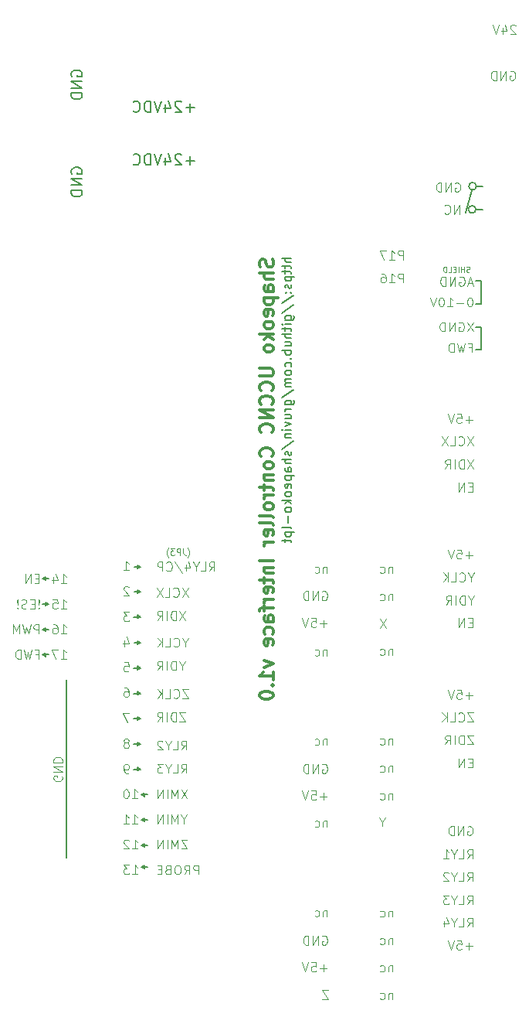
<source format=gbr>
%TF.GenerationSoftware,KiCad,Pcbnew,(6.0.4-0)*%
%TF.CreationDate,2022-05-22T20:42:40+12:00*%
%TF.ProjectId,controller,636f6e74-726f-46c6-9c65-722e6b696361,1.0*%
%TF.SameCoordinates,PX4900f70PY2ebae40*%
%TF.FileFunction,Legend,Bot*%
%TF.FilePolarity,Positive*%
%FSLAX46Y46*%
G04 Gerber Fmt 4.6, Leading zero omitted, Abs format (unit mm)*
G04 Created by KiCad (PCBNEW (6.0.4-0)) date 2022-05-22 20:42:40*
%MOMM*%
%LPD*%
G01*
G04 APERTURE LIST*
%ADD10C,0.150000*%
%ADD11C,0.125000*%
%ADD12C,0.170000*%
%ADD13C,0.300000*%
%ADD14C,0.100000*%
%ADD15C,0.110000*%
G04 APERTURE END LIST*
D10*
X4800000Y-79550000D02*
X4100000Y-79550000D01*
X14516000Y-86362500D02*
X14516000Y-86712500D01*
X52398600Y-28269200D02*
X51690562Y-28269200D01*
X14985000Y-100412500D02*
X15335000Y-100612500D01*
X14526000Y-69742500D02*
X14526000Y-70092500D01*
X15685000Y-94872500D02*
X14985000Y-94872500D01*
X14866000Y-92102500D02*
X14516000Y-92252500D01*
X14166000Y-86562500D02*
X14866000Y-86562500D01*
X14876000Y-72670000D02*
X14526000Y-72470000D01*
X14516000Y-91902500D02*
X14516000Y-92252500D01*
X52225000Y-43659200D02*
X52225000Y-46148400D01*
X14516000Y-75210000D02*
X14516000Y-75560000D01*
X14166000Y-75410000D02*
X14866000Y-75410000D01*
X4500000Y-73800000D02*
X4500000Y-74150000D01*
X14985000Y-97642500D02*
X15335000Y-97842500D01*
X14866000Y-83792500D02*
X14516000Y-83942500D01*
X51618400Y-43659200D02*
X52228000Y-43659200D01*
X14516000Y-89132500D02*
X14516000Y-89482500D01*
X14176000Y-78252500D02*
X14876000Y-78252500D01*
X15335000Y-97842500D02*
X15335000Y-97492500D01*
X4500000Y-71400000D02*
X4500000Y-71050000D01*
X14985000Y-94872500D02*
X15335000Y-94722500D01*
X4850000Y-74000000D02*
X4500000Y-74150000D01*
X4150000Y-74000000D02*
X4850000Y-74000000D01*
X14876000Y-78252500D02*
X14526000Y-78402500D01*
X14526000Y-72470000D02*
X14526000Y-72820000D01*
X14876000Y-78252500D02*
X14526000Y-78052500D01*
X4100000Y-79550000D02*
X4450000Y-79750000D01*
X14876000Y-69942500D02*
X14526000Y-70092500D01*
X14985000Y-102782500D02*
X15335000Y-102632500D01*
X14166000Y-89332500D02*
X14866000Y-89332500D01*
X14866000Y-75410000D02*
X14516000Y-75210000D01*
X14526000Y-78052500D02*
X14526000Y-78402500D01*
X51639763Y-30809200D02*
G75*
G03*
X51639763Y-30809200I-409563J0D01*
G01*
X14866000Y-89332500D02*
X14516000Y-89482500D01*
X4100000Y-76800000D02*
X4450000Y-77000000D01*
X14866000Y-81022500D02*
X14516000Y-80822500D01*
X14866000Y-86562500D02*
X14516000Y-86362500D01*
X14166000Y-81022500D02*
X14866000Y-81022500D01*
X4100000Y-76800000D02*
X4450000Y-76650000D01*
X15335000Y-95072500D02*
X15335000Y-94722500D01*
X14176000Y-72670000D02*
X14876000Y-72670000D01*
X51179400Y-28675600D02*
X50569800Y-31164800D01*
X14866000Y-89332500D02*
X14516000Y-89132500D01*
X14866000Y-75410000D02*
X14516000Y-75560000D01*
X14866000Y-83792500D02*
X14516000Y-83592500D01*
X4450000Y-77000000D02*
X4450000Y-76650000D01*
X14985000Y-94872500D02*
X15335000Y-95072500D01*
X52225000Y-38630000D02*
X52225000Y-41119200D01*
X14866000Y-92102500D02*
X14516000Y-91902500D01*
X14176000Y-69942500D02*
X14876000Y-69942500D01*
X14516000Y-83592500D02*
X14516000Y-83942500D01*
X14866000Y-86562500D02*
X14516000Y-86712500D01*
X4150000Y-71200000D02*
X4500000Y-71050000D01*
X6800000Y-82300000D02*
X6800000Y-101749000D01*
X4850000Y-74000000D02*
X4500000Y-73800000D01*
X14985000Y-97642500D02*
X15335000Y-97492500D01*
X4800000Y-76800000D02*
X4100000Y-76800000D01*
X51690563Y-28269200D02*
G75*
G03*
X51690563Y-28269200I-409563J0D01*
G01*
X4150000Y-71200000D02*
X4500000Y-71400000D01*
X14876000Y-69942500D02*
X14526000Y-69742500D01*
X52228000Y-41119200D02*
X51618400Y-41119200D01*
X4450000Y-79750000D02*
X4450000Y-79400000D01*
X14516000Y-80822500D02*
X14516000Y-81172500D01*
X15685000Y-97642500D02*
X14985000Y-97642500D01*
X14985000Y-102782500D02*
X15335000Y-102982500D01*
X52228000Y-46148400D02*
X51618400Y-46148400D01*
X14166000Y-92102500D02*
X14866000Y-92102500D01*
X51618400Y-38630000D02*
X52228000Y-38630000D01*
X15685000Y-100412500D02*
X14985000Y-100412500D01*
X15685000Y-102782500D02*
X14985000Y-102782500D01*
X15335000Y-100612500D02*
X15335000Y-100262500D01*
X14985000Y-100412500D02*
X15335000Y-100262500D01*
X14876000Y-72670000D02*
X14526000Y-72820000D01*
X14166000Y-83792500D02*
X14866000Y-83792500D01*
X4850000Y-71200000D02*
X4150000Y-71200000D01*
X52398600Y-30809200D02*
X51690562Y-30809200D01*
X14866000Y-81022500D02*
X14516000Y-81172500D01*
X15335000Y-102982500D02*
X15335000Y-102632500D01*
X4100000Y-79550000D02*
X4450000Y-79400000D01*
D11*
X22388392Y-70394880D02*
X22721726Y-69918690D01*
X22959821Y-70394880D02*
X22959821Y-69394880D01*
X22578869Y-69394880D01*
X22483630Y-69442500D01*
X22436011Y-69490119D01*
X22388392Y-69585357D01*
X22388392Y-69728214D01*
X22436011Y-69823452D01*
X22483630Y-69871071D01*
X22578869Y-69918690D01*
X22959821Y-69918690D01*
X21483630Y-70394880D02*
X21959821Y-70394880D01*
X21959821Y-69394880D01*
X20959821Y-69918690D02*
X20959821Y-70394880D01*
X21293154Y-69394880D02*
X20959821Y-69918690D01*
X20626488Y-69394880D01*
X19864583Y-69728214D02*
X19864583Y-70394880D01*
X20102678Y-69347261D02*
X20340773Y-70061547D01*
X19721726Y-70061547D01*
X18626488Y-69347261D02*
X19483630Y-70632976D01*
X17721726Y-70299642D02*
X17769345Y-70347261D01*
X17912202Y-70394880D01*
X18007440Y-70394880D01*
X18150297Y-70347261D01*
X18245535Y-70252023D01*
X18293154Y-70156785D01*
X18340773Y-69966309D01*
X18340773Y-69823452D01*
X18293154Y-69632976D01*
X18245535Y-69537738D01*
X18150297Y-69442500D01*
X18007440Y-69394880D01*
X17912202Y-69394880D01*
X17769345Y-69442500D01*
X17721726Y-69490119D01*
X17293154Y-70394880D02*
X17293154Y-69394880D01*
X16912202Y-69394880D01*
X16816964Y-69442500D01*
X16769345Y-69490119D01*
X16721726Y-69585357D01*
X16721726Y-69728214D01*
X16769345Y-69823452D01*
X16816964Y-69871071D01*
X16912202Y-69918690D01*
X17293154Y-69918690D01*
X13504316Y-92542380D02*
X13313840Y-92542380D01*
X13218602Y-92494761D01*
X13170983Y-92447142D01*
X13075745Y-92304285D01*
X13028126Y-92113809D01*
X13028126Y-91732857D01*
X13075745Y-91637619D01*
X13123364Y-91590000D01*
X13218602Y-91542380D01*
X13409078Y-91542380D01*
X13504316Y-91590000D01*
X13551935Y-91637619D01*
X13599554Y-91732857D01*
X13599554Y-91970952D01*
X13551935Y-92066190D01*
X13504316Y-92113809D01*
X13409078Y-92161428D01*
X13218602Y-92161428D01*
X13123364Y-92113809D01*
X13075745Y-92066190D01*
X13028126Y-91970952D01*
X49855654Y-31302380D02*
X49855654Y-30302380D01*
X49284226Y-31302380D01*
X49284226Y-30302380D01*
X48236607Y-31207142D02*
X48284226Y-31254761D01*
X48427083Y-31302380D01*
X48522321Y-31302380D01*
X48665178Y-31254761D01*
X48760416Y-31159523D01*
X48808035Y-31064285D01*
X48855654Y-30873809D01*
X48855654Y-30730952D01*
X48808035Y-30540476D01*
X48760416Y-30445238D01*
X48665178Y-30350000D01*
X48522321Y-30302380D01*
X48427083Y-30302380D01*
X48284226Y-30350000D01*
X48236607Y-30397619D01*
X51280654Y-61178571D02*
X50947321Y-61178571D01*
X50804464Y-61702380D02*
X51280654Y-61702380D01*
X51280654Y-60702380D01*
X50804464Y-60702380D01*
X50375892Y-61702380D02*
X50375892Y-60702380D01*
X49804464Y-61702380D01*
X49804464Y-60702380D01*
X35425892Y-116252380D02*
X34759226Y-116252380D01*
X35425892Y-117252380D01*
X34759226Y-117252380D01*
X21245535Y-103602380D02*
X21245535Y-102602380D01*
X20864583Y-102602380D01*
X20769345Y-102650000D01*
X20721726Y-102697619D01*
X20674107Y-102792857D01*
X20674107Y-102935714D01*
X20721726Y-103030952D01*
X20769345Y-103078571D01*
X20864583Y-103126190D01*
X21245535Y-103126190D01*
X19674107Y-103602380D02*
X20007440Y-103126190D01*
X20245535Y-103602380D02*
X20245535Y-102602380D01*
X19864583Y-102602380D01*
X19769345Y-102650000D01*
X19721726Y-102697619D01*
X19674107Y-102792857D01*
X19674107Y-102935714D01*
X19721726Y-103030952D01*
X19769345Y-103078571D01*
X19864583Y-103126190D01*
X20245535Y-103126190D01*
X19055059Y-102602380D02*
X18864583Y-102602380D01*
X18769345Y-102650000D01*
X18674107Y-102745238D01*
X18626488Y-102935714D01*
X18626488Y-103269047D01*
X18674107Y-103459523D01*
X18769345Y-103554761D01*
X18864583Y-103602380D01*
X19055059Y-103602380D01*
X19150297Y-103554761D01*
X19245535Y-103459523D01*
X19293154Y-103269047D01*
X19293154Y-102935714D01*
X19245535Y-102745238D01*
X19150297Y-102650000D01*
X19055059Y-102602380D01*
X17864583Y-103078571D02*
X17721726Y-103126190D01*
X17674107Y-103173809D01*
X17626488Y-103269047D01*
X17626488Y-103411904D01*
X17674107Y-103507142D01*
X17721726Y-103554761D01*
X17816964Y-103602380D01*
X18197916Y-103602380D01*
X18197916Y-102602380D01*
X17864583Y-102602380D01*
X17769345Y-102650000D01*
X17721726Y-102697619D01*
X17674107Y-102792857D01*
X17674107Y-102888095D01*
X17721726Y-102983333D01*
X17769345Y-103030952D01*
X17864583Y-103078571D01*
X18197916Y-103078571D01*
X17197916Y-103078571D02*
X16864583Y-103078571D01*
X16721726Y-103602380D02*
X17197916Y-103602380D01*
X17197916Y-102602380D01*
X16721726Y-102602380D01*
D10*
X31402380Y-36135595D02*
X30402380Y-36135595D01*
X31402380Y-36564166D02*
X30878571Y-36564166D01*
X30783333Y-36516547D01*
X30735714Y-36421309D01*
X30735714Y-36278452D01*
X30783333Y-36183214D01*
X30830952Y-36135595D01*
X30735714Y-36897500D02*
X30735714Y-37278452D01*
X30402380Y-37040357D02*
X31259523Y-37040357D01*
X31354761Y-37087976D01*
X31402380Y-37183214D01*
X31402380Y-37278452D01*
X30735714Y-37468928D02*
X30735714Y-37849880D01*
X30402380Y-37611785D02*
X31259523Y-37611785D01*
X31354761Y-37659404D01*
X31402380Y-37754642D01*
X31402380Y-37849880D01*
X30735714Y-38183214D02*
X31735714Y-38183214D01*
X30783333Y-38183214D02*
X30735714Y-38278452D01*
X30735714Y-38468928D01*
X30783333Y-38564166D01*
X30830952Y-38611785D01*
X30926190Y-38659404D01*
X31211904Y-38659404D01*
X31307142Y-38611785D01*
X31354761Y-38564166D01*
X31402380Y-38468928D01*
X31402380Y-38278452D01*
X31354761Y-38183214D01*
X31354761Y-39040357D02*
X31402380Y-39135595D01*
X31402380Y-39326071D01*
X31354761Y-39421309D01*
X31259523Y-39468928D01*
X31211904Y-39468928D01*
X31116666Y-39421309D01*
X31069047Y-39326071D01*
X31069047Y-39183214D01*
X31021428Y-39087976D01*
X30926190Y-39040357D01*
X30878571Y-39040357D01*
X30783333Y-39087976D01*
X30735714Y-39183214D01*
X30735714Y-39326071D01*
X30783333Y-39421309D01*
X31307142Y-39897499D02*
X31354761Y-39945119D01*
X31402380Y-39897499D01*
X31354761Y-39849880D01*
X31307142Y-39897499D01*
X31402380Y-39897499D01*
X30783333Y-39897499D02*
X30830952Y-39945119D01*
X30878571Y-39897499D01*
X30830952Y-39849880D01*
X30783333Y-39897499D01*
X30878571Y-39897499D01*
X30354761Y-41087976D02*
X31640476Y-40230833D01*
X30354761Y-42135595D02*
X31640476Y-41278452D01*
X30735714Y-42897500D02*
X31545238Y-42897500D01*
X31640476Y-42849880D01*
X31688095Y-42802261D01*
X31735714Y-42707023D01*
X31735714Y-42564166D01*
X31688095Y-42468928D01*
X31354761Y-42897500D02*
X31402380Y-42802261D01*
X31402380Y-42611785D01*
X31354761Y-42516547D01*
X31307142Y-42468928D01*
X31211904Y-42421309D01*
X30926190Y-42421309D01*
X30830952Y-42468928D01*
X30783333Y-42516547D01*
X30735714Y-42611785D01*
X30735714Y-42802261D01*
X30783333Y-42897500D01*
X31402380Y-43373690D02*
X30735714Y-43373690D01*
X30402380Y-43373690D02*
X30450000Y-43326071D01*
X30497619Y-43373690D01*
X30450000Y-43421309D01*
X30402380Y-43373690D01*
X30497619Y-43373690D01*
X30735714Y-43707023D02*
X30735714Y-44087976D01*
X30402380Y-43849880D02*
X31259523Y-43849880D01*
X31354761Y-43897500D01*
X31402380Y-43992738D01*
X31402380Y-44087976D01*
X31402380Y-44421309D02*
X30402380Y-44421309D01*
X31402380Y-44849880D02*
X30878571Y-44849880D01*
X30783333Y-44802261D01*
X30735714Y-44707023D01*
X30735714Y-44564166D01*
X30783333Y-44468928D01*
X30830952Y-44421309D01*
X30735714Y-45754642D02*
X31402380Y-45754642D01*
X30735714Y-45326071D02*
X31259523Y-45326071D01*
X31354761Y-45373690D01*
X31402380Y-45468928D01*
X31402380Y-45611785D01*
X31354761Y-45707023D01*
X31307142Y-45754642D01*
X31402380Y-46230833D02*
X30402380Y-46230833D01*
X30783333Y-46230833D02*
X30735714Y-46326071D01*
X30735714Y-46516547D01*
X30783333Y-46611785D01*
X30830952Y-46659404D01*
X30926190Y-46707023D01*
X31211904Y-46707023D01*
X31307142Y-46659404D01*
X31354761Y-46611785D01*
X31402380Y-46516547D01*
X31402380Y-46326071D01*
X31354761Y-46230833D01*
X31307142Y-47135595D02*
X31354761Y-47183214D01*
X31402380Y-47135595D01*
X31354761Y-47087976D01*
X31307142Y-47135595D01*
X31402380Y-47135595D01*
X31354761Y-48040357D02*
X31402380Y-47945119D01*
X31402380Y-47754642D01*
X31354761Y-47659404D01*
X31307142Y-47611785D01*
X31211904Y-47564166D01*
X30926190Y-47564166D01*
X30830952Y-47611785D01*
X30783333Y-47659404D01*
X30735714Y-47754642D01*
X30735714Y-47945119D01*
X30783333Y-48040357D01*
X31402380Y-48611785D02*
X31354761Y-48516547D01*
X31307142Y-48468928D01*
X31211904Y-48421309D01*
X30926190Y-48421309D01*
X30830952Y-48468928D01*
X30783333Y-48516547D01*
X30735714Y-48611785D01*
X30735714Y-48754642D01*
X30783333Y-48849880D01*
X30830952Y-48897499D01*
X30926190Y-48945119D01*
X31211904Y-48945119D01*
X31307142Y-48897499D01*
X31354761Y-48849880D01*
X31402380Y-48754642D01*
X31402380Y-48611785D01*
X31402380Y-49373690D02*
X30735714Y-49373690D01*
X30830952Y-49373690D02*
X30783333Y-49421309D01*
X30735714Y-49516547D01*
X30735714Y-49659404D01*
X30783333Y-49754642D01*
X30878571Y-49802261D01*
X31402380Y-49802261D01*
X30878571Y-49802261D02*
X30783333Y-49849880D01*
X30735714Y-49945119D01*
X30735714Y-50087976D01*
X30783333Y-50183214D01*
X30878571Y-50230833D01*
X31402380Y-50230833D01*
X30354761Y-51421309D02*
X31640476Y-50564166D01*
X30735714Y-52183214D02*
X31545238Y-52183214D01*
X31640476Y-52135595D01*
X31688095Y-52087976D01*
X31735714Y-51992738D01*
X31735714Y-51849880D01*
X31688095Y-51754642D01*
X31354761Y-52183214D02*
X31402380Y-52087976D01*
X31402380Y-51897499D01*
X31354761Y-51802261D01*
X31307142Y-51754642D01*
X31211904Y-51707023D01*
X30926190Y-51707023D01*
X30830952Y-51754642D01*
X30783333Y-51802261D01*
X30735714Y-51897499D01*
X30735714Y-52087976D01*
X30783333Y-52183214D01*
X31402380Y-52659404D02*
X30735714Y-52659404D01*
X30926190Y-52659404D02*
X30830952Y-52707023D01*
X30783333Y-52754642D01*
X30735714Y-52849880D01*
X30735714Y-52945119D01*
X30735714Y-53707023D02*
X31402380Y-53707023D01*
X30735714Y-53278452D02*
X31259523Y-53278452D01*
X31354761Y-53326071D01*
X31402380Y-53421309D01*
X31402380Y-53564166D01*
X31354761Y-53659404D01*
X31307142Y-53707023D01*
X30735714Y-54087976D02*
X31402380Y-54326071D01*
X30735714Y-54564166D01*
X31402380Y-54945119D02*
X30735714Y-54945119D01*
X30402380Y-54945119D02*
X30450000Y-54897499D01*
X30497619Y-54945119D01*
X30450000Y-54992738D01*
X30402380Y-54945119D01*
X30497619Y-54945119D01*
X30735714Y-55421309D02*
X31402380Y-55421309D01*
X30830952Y-55421309D02*
X30783333Y-55468928D01*
X30735714Y-55564166D01*
X30735714Y-55707023D01*
X30783333Y-55802261D01*
X30878571Y-55849880D01*
X31402380Y-55849880D01*
X30354761Y-57040357D02*
X31640476Y-56183214D01*
X31354761Y-57326071D02*
X31402380Y-57421309D01*
X31402380Y-57611785D01*
X31354761Y-57707023D01*
X31259523Y-57754642D01*
X31211904Y-57754642D01*
X31116666Y-57707023D01*
X31069047Y-57611785D01*
X31069047Y-57468928D01*
X31021428Y-57373690D01*
X30926190Y-57326071D01*
X30878571Y-57326071D01*
X30783333Y-57373690D01*
X30735714Y-57468928D01*
X30735714Y-57611785D01*
X30783333Y-57707023D01*
X31402380Y-58183214D02*
X30402380Y-58183214D01*
X31402380Y-58611785D02*
X30878571Y-58611785D01*
X30783333Y-58564166D01*
X30735714Y-58468928D01*
X30735714Y-58326071D01*
X30783333Y-58230833D01*
X30830952Y-58183214D01*
X31402380Y-59516547D02*
X30878571Y-59516547D01*
X30783333Y-59468928D01*
X30735714Y-59373690D01*
X30735714Y-59183214D01*
X30783333Y-59087976D01*
X31354761Y-59516547D02*
X31402380Y-59421309D01*
X31402380Y-59183214D01*
X31354761Y-59087976D01*
X31259523Y-59040357D01*
X31164285Y-59040357D01*
X31069047Y-59087976D01*
X31021428Y-59183214D01*
X31021428Y-59421309D01*
X30973809Y-59516547D01*
X30735714Y-59992738D02*
X31735714Y-59992738D01*
X30783333Y-59992738D02*
X30735714Y-60087976D01*
X30735714Y-60278452D01*
X30783333Y-60373690D01*
X30830952Y-60421309D01*
X30926190Y-60468928D01*
X31211904Y-60468928D01*
X31307142Y-60421309D01*
X31354761Y-60373690D01*
X31402380Y-60278452D01*
X31402380Y-60087976D01*
X31354761Y-59992738D01*
X31354761Y-61278452D02*
X31402380Y-61183214D01*
X31402380Y-60992738D01*
X31354761Y-60897499D01*
X31259523Y-60849880D01*
X30878571Y-60849880D01*
X30783333Y-60897499D01*
X30735714Y-60992738D01*
X30735714Y-61183214D01*
X30783333Y-61278452D01*
X30878571Y-61326071D01*
X30973809Y-61326071D01*
X31069047Y-60849880D01*
X31402380Y-61897499D02*
X31354761Y-61802261D01*
X31307142Y-61754642D01*
X31211904Y-61707023D01*
X30926190Y-61707023D01*
X30830952Y-61754642D01*
X30783333Y-61802261D01*
X30735714Y-61897499D01*
X30735714Y-62040357D01*
X30783333Y-62135595D01*
X30830952Y-62183214D01*
X30926190Y-62230833D01*
X31211904Y-62230833D01*
X31307142Y-62183214D01*
X31354761Y-62135595D01*
X31402380Y-62040357D01*
X31402380Y-61897499D01*
X31402380Y-62659404D02*
X30402380Y-62659404D01*
X31021428Y-62754642D02*
X31402380Y-63040357D01*
X30735714Y-63040357D02*
X31116666Y-62659404D01*
X31402380Y-63611785D02*
X31354761Y-63516547D01*
X31307142Y-63468928D01*
X31211904Y-63421309D01*
X30926190Y-63421309D01*
X30830952Y-63468928D01*
X30783333Y-63516547D01*
X30735714Y-63611785D01*
X30735714Y-63754642D01*
X30783333Y-63849880D01*
X30830952Y-63897499D01*
X30926190Y-63945119D01*
X31211904Y-63945119D01*
X31307142Y-63897499D01*
X31354761Y-63849880D01*
X31402380Y-63754642D01*
X31402380Y-63611785D01*
X31021428Y-64373690D02*
X31021428Y-65135595D01*
X31402380Y-65754642D02*
X31354761Y-65659404D01*
X31259523Y-65611785D01*
X30402380Y-65611785D01*
X30735714Y-66135595D02*
X31735714Y-66135595D01*
X30783333Y-66135595D02*
X30735714Y-66230833D01*
X30735714Y-66421309D01*
X30783333Y-66516547D01*
X30830952Y-66564166D01*
X30926190Y-66611785D01*
X31211904Y-66611785D01*
X31307142Y-66564166D01*
X31354761Y-66516547D01*
X31402380Y-66421309D01*
X31402380Y-66230833D01*
X31354761Y-66135595D01*
X30735714Y-66897499D02*
X30735714Y-67278452D01*
X30402380Y-67040357D02*
X31259523Y-67040357D01*
X31354761Y-67087976D01*
X31402380Y-67183214D01*
X31402380Y-67278452D01*
D11*
X35330654Y-97735714D02*
X35330654Y-98402380D01*
X35330654Y-97830952D02*
X35283035Y-97783333D01*
X35187797Y-97735714D01*
X35044940Y-97735714D01*
X34949702Y-97783333D01*
X34902083Y-97878571D01*
X34902083Y-98402380D01*
X33997321Y-98354761D02*
X34092559Y-98402380D01*
X34283035Y-98402380D01*
X34378273Y-98354761D01*
X34425892Y-98307142D01*
X34473511Y-98211904D01*
X34473511Y-97926190D01*
X34425892Y-97830952D01*
X34378273Y-97783333D01*
X34283035Y-97735714D01*
X34092559Y-97735714D01*
X33997321Y-97783333D01*
X51280654Y-84021428D02*
X50518750Y-84021428D01*
X50899702Y-84402380D02*
X50899702Y-83640476D01*
X49566369Y-83402380D02*
X50042559Y-83402380D01*
X50090178Y-83878571D01*
X50042559Y-83830952D01*
X49947321Y-83783333D01*
X49709226Y-83783333D01*
X49613988Y-83830952D01*
X49566369Y-83878571D01*
X49518750Y-83973809D01*
X49518750Y-84211904D01*
X49566369Y-84307142D01*
X49613988Y-84354761D01*
X49709226Y-84402380D01*
X49947321Y-84402380D01*
X50042559Y-84354761D01*
X50090178Y-84307142D01*
X49233035Y-83402380D02*
X48899702Y-84402380D01*
X48566369Y-83402380D01*
X35330654Y-95071428D02*
X34568750Y-95071428D01*
X34949702Y-95452380D02*
X34949702Y-94690476D01*
X33616369Y-94452380D02*
X34092559Y-94452380D01*
X34140178Y-94928571D01*
X34092559Y-94880952D01*
X33997321Y-94833333D01*
X33759226Y-94833333D01*
X33663988Y-94880952D01*
X33616369Y-94928571D01*
X33568750Y-95023809D01*
X33568750Y-95261904D01*
X33616369Y-95357142D01*
X33663988Y-95404761D01*
X33759226Y-95452380D01*
X33997321Y-95452380D01*
X34092559Y-95404761D01*
X34140178Y-95357142D01*
X33283035Y-94452380D02*
X32949702Y-95452380D01*
X32616369Y-94452380D01*
X51280654Y-76028571D02*
X50947321Y-76028571D01*
X50804464Y-76552380D02*
X51280654Y-76552380D01*
X51280654Y-75552380D01*
X50804464Y-75552380D01*
X50375892Y-76552380D02*
X50375892Y-75552380D01*
X49804464Y-76552380D01*
X49804464Y-75552380D01*
X19340773Y-89962380D02*
X19674107Y-89486190D01*
X19912202Y-89962380D02*
X19912202Y-88962380D01*
X19531250Y-88962380D01*
X19436011Y-89010000D01*
X19388392Y-89057619D01*
X19340773Y-89152857D01*
X19340773Y-89295714D01*
X19388392Y-89390952D01*
X19436011Y-89438571D01*
X19531250Y-89486190D01*
X19912202Y-89486190D01*
X18436011Y-89962380D02*
X18912202Y-89962380D01*
X18912202Y-88962380D01*
X17912202Y-89486190D02*
X17912202Y-89962380D01*
X18245535Y-88962380D02*
X17912202Y-89486190D01*
X17578869Y-88962380D01*
X17293154Y-89057619D02*
X17245535Y-89010000D01*
X17150297Y-88962380D01*
X16912202Y-88962380D01*
X16816964Y-89010000D01*
X16769345Y-89057619D01*
X16721726Y-89152857D01*
X16721726Y-89248095D01*
X16769345Y-89390952D01*
X17340773Y-89962380D01*
X16721726Y-89962380D01*
X51090178Y-71101190D02*
X51090178Y-71577380D01*
X51423511Y-70577380D02*
X51090178Y-71101190D01*
X50756845Y-70577380D01*
X49852083Y-71482142D02*
X49899702Y-71529761D01*
X50042559Y-71577380D01*
X50137797Y-71577380D01*
X50280654Y-71529761D01*
X50375892Y-71434523D01*
X50423511Y-71339285D01*
X50471130Y-71148809D01*
X50471130Y-71005952D01*
X50423511Y-70815476D01*
X50375892Y-70720238D01*
X50280654Y-70625000D01*
X50137797Y-70577380D01*
X50042559Y-70577380D01*
X49899702Y-70625000D01*
X49852083Y-70672619D01*
X48947321Y-71577380D02*
X49423511Y-71577380D01*
X49423511Y-70577380D01*
X48613988Y-71577380D02*
X48613988Y-70577380D01*
X48042559Y-71577380D02*
X48471130Y-71005952D01*
X48042559Y-70577380D02*
X48613988Y-71148809D01*
X13028126Y-70324380D02*
X13599554Y-70324380D01*
X13313840Y-70324380D02*
X13313840Y-69324380D01*
X13409078Y-69467238D01*
X13504316Y-69562476D01*
X13599554Y-69610095D01*
X13964107Y-98052380D02*
X14535535Y-98052380D01*
X14249821Y-98052380D02*
X14249821Y-97052380D01*
X14345059Y-97195238D01*
X14440297Y-97290476D01*
X14535535Y-97338095D01*
X13011726Y-98052380D02*
X13583154Y-98052380D01*
X13297440Y-98052380D02*
X13297440Y-97052380D01*
X13392678Y-97195238D01*
X13487916Y-97290476D01*
X13583154Y-97338095D01*
X51375892Y-55652380D02*
X50709226Y-56652380D01*
X50709226Y-55652380D02*
X51375892Y-56652380D01*
X49756845Y-56557142D02*
X49804464Y-56604761D01*
X49947321Y-56652380D01*
X50042559Y-56652380D01*
X50185416Y-56604761D01*
X50280654Y-56509523D01*
X50328273Y-56414285D01*
X50375892Y-56223809D01*
X50375892Y-56080952D01*
X50328273Y-55890476D01*
X50280654Y-55795238D01*
X50185416Y-55700000D01*
X50042559Y-55652380D01*
X49947321Y-55652380D01*
X49804464Y-55700000D01*
X49756845Y-55747619D01*
X48852083Y-56652380D02*
X49328273Y-56652380D01*
X49328273Y-55652380D01*
X48613988Y-55652380D02*
X47947321Y-56652380D01*
X47947321Y-55652380D02*
X48613988Y-56652380D01*
X19769345Y-78230190D02*
X19769345Y-78706380D01*
X20102678Y-77706380D02*
X19769345Y-78230190D01*
X19436011Y-77706380D01*
X18531250Y-78611142D02*
X18578869Y-78658761D01*
X18721726Y-78706380D01*
X18816964Y-78706380D01*
X18959821Y-78658761D01*
X19055059Y-78563523D01*
X19102678Y-78468285D01*
X19150297Y-78277809D01*
X19150297Y-78134952D01*
X19102678Y-77944476D01*
X19055059Y-77849238D01*
X18959821Y-77754000D01*
X18816964Y-77706380D01*
X18721726Y-77706380D01*
X18578869Y-77754000D01*
X18531250Y-77801619D01*
X17626488Y-78706380D02*
X18102678Y-78706380D01*
X18102678Y-77706380D01*
X17293154Y-78706380D02*
X17293154Y-77706380D01*
X16721726Y-78706380D02*
X17150297Y-78134952D01*
X16721726Y-77706380D02*
X17293154Y-78277809D01*
X13974107Y-103572380D02*
X14545535Y-103572380D01*
X14259821Y-103572380D02*
X14259821Y-102572380D01*
X14355059Y-102715238D01*
X14450297Y-102810476D01*
X14545535Y-102858095D01*
X13640773Y-102572380D02*
X13021726Y-102572380D01*
X13355059Y-102953333D01*
X13212202Y-102953333D01*
X13116964Y-103000952D01*
X13069345Y-103048571D01*
X13021726Y-103143809D01*
X13021726Y-103381904D01*
X13069345Y-103477142D01*
X13116964Y-103524761D01*
X13212202Y-103572380D01*
X13497916Y-103572380D01*
X13593154Y-103524761D01*
X13640773Y-103477142D01*
X35330654Y-107535714D02*
X35330654Y-108202380D01*
X35330654Y-107630952D02*
X35283035Y-107583333D01*
X35187797Y-107535714D01*
X35044940Y-107535714D01*
X34949702Y-107583333D01*
X34902083Y-107678571D01*
X34902083Y-108202380D01*
X33997321Y-108154761D02*
X34092559Y-108202380D01*
X34283035Y-108202380D01*
X34378273Y-108154761D01*
X34425892Y-108107142D01*
X34473511Y-108011904D01*
X34473511Y-107726190D01*
X34425892Y-107630952D01*
X34378273Y-107583333D01*
X34283035Y-107535714D01*
X34092559Y-107535714D01*
X33997321Y-107583333D01*
X13647173Y-74882380D02*
X13028126Y-74882380D01*
X13361459Y-75263333D01*
X13218602Y-75263333D01*
X13123364Y-75310952D01*
X13075745Y-75358571D01*
X13028126Y-75453809D01*
X13028126Y-75691904D01*
X13075745Y-75787142D01*
X13123364Y-75834761D01*
X13218602Y-75882380D01*
X13504316Y-75882380D01*
X13599554Y-75834761D01*
X13647173Y-75787142D01*
X20007440Y-94302380D02*
X19340773Y-95302380D01*
X19340773Y-94302380D02*
X20007440Y-95302380D01*
X18959821Y-95302380D02*
X18959821Y-94302380D01*
X18626488Y-95016666D01*
X18293154Y-94302380D01*
X18293154Y-95302380D01*
X17816964Y-95302380D02*
X17816964Y-94302380D01*
X17340773Y-95302380D02*
X17340773Y-94302380D01*
X16769345Y-95302380D01*
X16769345Y-94302380D01*
X13084745Y-80392380D02*
X13560935Y-80392380D01*
X13608554Y-80868571D01*
X13560935Y-80820952D01*
X13465697Y-80773333D01*
X13227602Y-80773333D01*
X13132364Y-80820952D01*
X13084745Y-80868571D01*
X13037126Y-80963809D01*
X13037126Y-81201904D01*
X13084745Y-81297142D01*
X13132364Y-81344761D01*
X13227602Y-81392380D01*
X13465697Y-81392380D01*
X13560935Y-81344761D01*
X13608554Y-81297142D01*
X6172845Y-71721380D02*
X6744273Y-71721380D01*
X6458559Y-71721380D02*
X6458559Y-70721380D01*
X6553797Y-70864238D01*
X6649035Y-70959476D01*
X6744273Y-71007095D01*
X5315702Y-71054714D02*
X5315702Y-71721380D01*
X5553797Y-70673761D02*
X5791892Y-71388047D01*
X5172845Y-71388047D01*
X35330654Y-113871428D02*
X34568750Y-113871428D01*
X34949702Y-114252380D02*
X34949702Y-113490476D01*
X33616369Y-113252380D02*
X34092559Y-113252380D01*
X34140178Y-113728571D01*
X34092559Y-113680952D01*
X33997321Y-113633333D01*
X33759226Y-113633333D01*
X33663988Y-113680952D01*
X33616369Y-113728571D01*
X33568750Y-113823809D01*
X33568750Y-114061904D01*
X33616369Y-114157142D01*
X33663988Y-114204761D01*
X33759226Y-114252380D01*
X33997321Y-114252380D01*
X34092559Y-114204761D01*
X34140178Y-114157142D01*
X33283035Y-113252380D02*
X32949702Y-114252380D01*
X32616369Y-113252380D01*
D12*
X7350000Y-26896642D02*
X7292857Y-26782357D01*
X7292857Y-26610928D01*
X7350000Y-26439500D01*
X7464285Y-26325214D01*
X7578571Y-26268071D01*
X7807142Y-26210928D01*
X7978571Y-26210928D01*
X8207142Y-26268071D01*
X8321428Y-26325214D01*
X8435714Y-26439500D01*
X8492857Y-26610928D01*
X8492857Y-26725214D01*
X8435714Y-26896642D01*
X8378571Y-26953785D01*
X7978571Y-26953785D01*
X7978571Y-26725214D01*
X8492857Y-27468071D02*
X7292857Y-27468071D01*
X8492857Y-28153785D01*
X7292857Y-28153785D01*
X8492857Y-28725214D02*
X7292857Y-28725214D01*
X7292857Y-29010928D01*
X7350000Y-29182357D01*
X7464285Y-29296642D01*
X7578571Y-29353785D01*
X7807142Y-29410928D01*
X7978571Y-29410928D01*
X8207142Y-29353785D01*
X8321428Y-29296642D01*
X8435714Y-29182357D01*
X8492857Y-29010928D01*
X8492857Y-28725214D01*
X20774785Y-25485714D02*
X19860500Y-25485714D01*
X20317642Y-25942857D02*
X20317642Y-25028571D01*
X19346214Y-24857142D02*
X19289071Y-24800000D01*
X19174785Y-24742857D01*
X18889071Y-24742857D01*
X18774785Y-24800000D01*
X18717642Y-24857142D01*
X18660500Y-24971428D01*
X18660500Y-25085714D01*
X18717642Y-25257142D01*
X19403357Y-25942857D01*
X18660500Y-25942857D01*
X17631928Y-25142857D02*
X17631928Y-25942857D01*
X17917642Y-24685714D02*
X18203357Y-25542857D01*
X17460500Y-25542857D01*
X17174785Y-24742857D02*
X16774785Y-25942857D01*
X16374785Y-24742857D01*
X15974785Y-25942857D02*
X15974785Y-24742857D01*
X15689071Y-24742857D01*
X15517642Y-24800000D01*
X15403357Y-24914285D01*
X15346214Y-25028571D01*
X15289071Y-25257142D01*
X15289071Y-25428571D01*
X15346214Y-25657142D01*
X15403357Y-25771428D01*
X15517642Y-25885714D01*
X15689071Y-25942857D01*
X15974785Y-25942857D01*
X14089071Y-25828571D02*
X14146214Y-25885714D01*
X14317642Y-25942857D01*
X14431928Y-25942857D01*
X14603357Y-25885714D01*
X14717642Y-25771428D01*
X14774785Y-25657142D01*
X14831928Y-25428571D01*
X14831928Y-25257142D01*
X14774785Y-25028571D01*
X14717642Y-24914285D01*
X14603357Y-24800000D01*
X14431928Y-24742857D01*
X14317642Y-24742857D01*
X14146214Y-24800000D01*
X14089071Y-24857142D01*
D11*
X19436011Y-80770190D02*
X19436011Y-81246380D01*
X19769345Y-80246380D02*
X19436011Y-80770190D01*
X19102678Y-80246380D01*
X18769345Y-81246380D02*
X18769345Y-80246380D01*
X18531250Y-80246380D01*
X18388392Y-80294000D01*
X18293154Y-80389238D01*
X18245535Y-80484476D01*
X18197916Y-80674952D01*
X18197916Y-80817809D01*
X18245535Y-81008285D01*
X18293154Y-81103523D01*
X18388392Y-81198761D01*
X18531250Y-81246380D01*
X18769345Y-81246380D01*
X17769345Y-81246380D02*
X17769345Y-80246380D01*
X16721726Y-81246380D02*
X17055059Y-80770190D01*
X17293154Y-81246380D02*
X17293154Y-80246380D01*
X16912202Y-80246380D01*
X16816964Y-80294000D01*
X16769345Y-80341619D01*
X16721726Y-80436857D01*
X16721726Y-80579714D01*
X16769345Y-80674952D01*
X16816964Y-80722571D01*
X16912202Y-80770190D01*
X17293154Y-80770190D01*
X19816964Y-74759980D02*
X19150297Y-75759980D01*
X19150297Y-74759980D02*
X19816964Y-75759980D01*
X18769345Y-75759980D02*
X18769345Y-74759980D01*
X18531250Y-74759980D01*
X18388392Y-74807600D01*
X18293154Y-74902838D01*
X18245535Y-74998076D01*
X18197916Y-75188552D01*
X18197916Y-75331409D01*
X18245535Y-75521885D01*
X18293154Y-75617123D01*
X18388392Y-75712361D01*
X18531250Y-75759980D01*
X18769345Y-75759980D01*
X17769345Y-75759980D02*
X17769345Y-74759980D01*
X16721726Y-75759980D02*
X17055059Y-75283790D01*
X17293154Y-75759980D02*
X17293154Y-74759980D01*
X16912202Y-74759980D01*
X16816964Y-74807600D01*
X16769345Y-74855219D01*
X16721726Y-74950457D01*
X16721726Y-75093314D01*
X16769345Y-75188552D01*
X16816964Y-75236171D01*
X16912202Y-75283790D01*
X17293154Y-75283790D01*
X51040178Y-40452380D02*
X50944940Y-40452380D01*
X50849702Y-40500000D01*
X50802083Y-40547619D01*
X50754464Y-40642857D01*
X50706845Y-40833333D01*
X50706845Y-41071428D01*
X50754464Y-41261904D01*
X50802083Y-41357142D01*
X50849702Y-41404761D01*
X50944940Y-41452380D01*
X51040178Y-41452380D01*
X51135416Y-41404761D01*
X51183035Y-41357142D01*
X51230654Y-41261904D01*
X51278273Y-41071428D01*
X51278273Y-40833333D01*
X51230654Y-40642857D01*
X51183035Y-40547619D01*
X51135416Y-40500000D01*
X51040178Y-40452380D01*
X50278273Y-41071428D02*
X49516369Y-41071428D01*
X48516369Y-41452380D02*
X49087797Y-41452380D01*
X48802083Y-41452380D02*
X48802083Y-40452380D01*
X48897321Y-40595238D01*
X48992559Y-40690476D01*
X49087797Y-40738095D01*
X47897321Y-40452380D02*
X47802083Y-40452380D01*
X47706845Y-40500000D01*
X47659226Y-40547619D01*
X47611607Y-40642857D01*
X47563988Y-40833333D01*
X47563988Y-41071428D01*
X47611607Y-41261904D01*
X47659226Y-41357142D01*
X47706845Y-41404761D01*
X47802083Y-41452380D01*
X47897321Y-41452380D01*
X47992559Y-41404761D01*
X48040178Y-41357142D01*
X48087797Y-41261904D01*
X48135416Y-41071428D01*
X48135416Y-40833333D01*
X48087797Y-40642857D01*
X48040178Y-40547619D01*
X47992559Y-40500000D01*
X47897321Y-40452380D01*
X47278273Y-40452380D02*
X46944940Y-41452380D01*
X46611607Y-40452380D01*
X51280654Y-111447028D02*
X50518750Y-111447028D01*
X50899702Y-111827980D02*
X50899702Y-111066076D01*
X49566369Y-110827980D02*
X50042559Y-110827980D01*
X50090178Y-111304171D01*
X50042559Y-111256552D01*
X49947321Y-111208933D01*
X49709226Y-111208933D01*
X49613988Y-111256552D01*
X49566369Y-111304171D01*
X49518750Y-111399409D01*
X49518750Y-111637504D01*
X49566369Y-111732742D01*
X49613988Y-111780361D01*
X49709226Y-111827980D01*
X49947321Y-111827980D01*
X50042559Y-111780361D01*
X50090178Y-111732742D01*
X49233035Y-110827980D02*
X48899702Y-111827980D01*
X48566369Y-110827980D01*
X42505059Y-110585714D02*
X42505059Y-111252380D01*
X42505059Y-110680952D02*
X42457440Y-110633333D01*
X42362202Y-110585714D01*
X42219345Y-110585714D01*
X42124107Y-110633333D01*
X42076488Y-110728571D01*
X42076488Y-111252380D01*
X41171726Y-111204761D02*
X41266964Y-111252380D01*
X41457440Y-111252380D01*
X41552678Y-111204761D01*
X41600297Y-111157142D01*
X41647916Y-111061904D01*
X41647916Y-110776190D01*
X41600297Y-110680952D01*
X41552678Y-110633333D01*
X41457440Y-110585714D01*
X41266964Y-110585714D01*
X41171726Y-110633333D01*
X13647173Y-85984380D02*
X12980507Y-85984380D01*
X13409078Y-86984380D01*
X6166845Y-80012380D02*
X6738273Y-80012380D01*
X6452559Y-80012380D02*
X6452559Y-79012380D01*
X6547797Y-79155238D01*
X6643035Y-79250476D01*
X6738273Y-79298095D01*
X5833511Y-79012380D02*
X5166845Y-79012380D01*
X5595416Y-80012380D01*
X3730654Y-77252380D02*
X3730654Y-76252380D01*
X3349702Y-76252380D01*
X3254464Y-76300000D01*
X3206845Y-76347619D01*
X3159226Y-76442857D01*
X3159226Y-76585714D01*
X3206845Y-76680952D01*
X3254464Y-76728571D01*
X3349702Y-76776190D01*
X3730654Y-76776190D01*
X2825892Y-76252380D02*
X2587797Y-77252380D01*
X2397321Y-76538095D01*
X2206845Y-77252380D01*
X1968750Y-76252380D01*
X1587797Y-77252380D02*
X1587797Y-76252380D01*
X1254464Y-76966666D01*
X921130Y-76252380D01*
X921130Y-77252380D01*
X19626488Y-97576190D02*
X19626488Y-98052380D01*
X19959821Y-97052380D02*
X19626488Y-97576190D01*
X19293154Y-97052380D01*
X18959821Y-98052380D02*
X18959821Y-97052380D01*
X18626488Y-97766666D01*
X18293154Y-97052380D01*
X18293154Y-98052380D01*
X17816964Y-98052380D02*
X17816964Y-97052380D01*
X17340773Y-98052380D02*
X17340773Y-97052380D01*
X16769345Y-98052380D01*
X16769345Y-97052380D01*
X51090178Y-73601190D02*
X51090178Y-74077380D01*
X51423511Y-73077380D02*
X51090178Y-73601190D01*
X50756845Y-73077380D01*
X50423511Y-74077380D02*
X50423511Y-73077380D01*
X50185416Y-73077380D01*
X50042559Y-73125000D01*
X49947321Y-73220238D01*
X49899702Y-73315476D01*
X49852083Y-73505952D01*
X49852083Y-73648809D01*
X49899702Y-73839285D01*
X49947321Y-73934523D01*
X50042559Y-74029761D01*
X50185416Y-74077380D01*
X50423511Y-74077380D01*
X49423511Y-74077380D02*
X49423511Y-73077380D01*
X48375892Y-74077380D02*
X48709226Y-73601190D01*
X48947321Y-74077380D02*
X48947321Y-73077380D01*
X48566369Y-73077380D01*
X48471130Y-73125000D01*
X48423511Y-73172619D01*
X48375892Y-73267857D01*
X48375892Y-73410714D01*
X48423511Y-73505952D01*
X48471130Y-73553571D01*
X48566369Y-73601190D01*
X48947321Y-73601190D01*
D12*
X20774785Y-19685714D02*
X19860500Y-19685714D01*
X20317642Y-20142857D02*
X20317642Y-19228571D01*
X19346214Y-19057142D02*
X19289071Y-19000000D01*
X19174785Y-18942857D01*
X18889071Y-18942857D01*
X18774785Y-19000000D01*
X18717642Y-19057142D01*
X18660500Y-19171428D01*
X18660500Y-19285714D01*
X18717642Y-19457142D01*
X19403357Y-20142857D01*
X18660500Y-20142857D01*
X17631928Y-19342857D02*
X17631928Y-20142857D01*
X17917642Y-18885714D02*
X18203357Y-19742857D01*
X17460500Y-19742857D01*
X17174785Y-18942857D02*
X16774785Y-20142857D01*
X16374785Y-18942857D01*
X15974785Y-20142857D02*
X15974785Y-18942857D01*
X15689071Y-18942857D01*
X15517642Y-19000000D01*
X15403357Y-19114285D01*
X15346214Y-19228571D01*
X15289071Y-19457142D01*
X15289071Y-19628571D01*
X15346214Y-19857142D01*
X15403357Y-19971428D01*
X15517642Y-20085714D01*
X15689071Y-20142857D01*
X15974785Y-20142857D01*
X14089071Y-20028571D02*
X14146214Y-20085714D01*
X14317642Y-20142857D01*
X14431928Y-20142857D01*
X14603357Y-20085714D01*
X14717642Y-19971428D01*
X14774785Y-19857142D01*
X14831928Y-19628571D01*
X14831928Y-19457142D01*
X14774785Y-19228571D01*
X14717642Y-19114285D01*
X14603357Y-19000000D01*
X14431928Y-18942857D01*
X14317642Y-18942857D01*
X14146214Y-19000000D01*
X14089071Y-19057142D01*
D11*
X50709226Y-106902380D02*
X51042559Y-106426190D01*
X51280654Y-106902380D02*
X51280654Y-105902380D01*
X50899702Y-105902380D01*
X50804464Y-105950000D01*
X50756845Y-105997619D01*
X50709226Y-106092857D01*
X50709226Y-106235714D01*
X50756845Y-106330952D01*
X50804464Y-106378571D01*
X50899702Y-106426190D01*
X51280654Y-106426190D01*
X49804464Y-106902380D02*
X50280654Y-106902380D01*
X50280654Y-105902380D01*
X49280654Y-106426190D02*
X49280654Y-106902380D01*
X49613988Y-105902380D02*
X49280654Y-106426190D01*
X48947321Y-105902380D01*
X48709226Y-105902380D02*
X48090178Y-105902380D01*
X48423511Y-106283333D01*
X48280654Y-106283333D01*
X48185416Y-106330952D01*
X48137797Y-106378571D01*
X48090178Y-106473809D01*
X48090178Y-106711904D01*
X48137797Y-106807142D01*
X48185416Y-106854761D01*
X48280654Y-106902380D01*
X48566369Y-106902380D01*
X48661607Y-106854761D01*
X48709226Y-106807142D01*
X51280654Y-68671428D02*
X50518750Y-68671428D01*
X50899702Y-69052380D02*
X50899702Y-68290476D01*
X49566369Y-68052380D02*
X50042559Y-68052380D01*
X50090178Y-68528571D01*
X50042559Y-68480952D01*
X49947321Y-68433333D01*
X49709226Y-68433333D01*
X49613988Y-68480952D01*
X49566369Y-68528571D01*
X49518750Y-68623809D01*
X49518750Y-68861904D01*
X49566369Y-68957142D01*
X49613988Y-69004761D01*
X49709226Y-69052380D01*
X49947321Y-69052380D01*
X50042559Y-69004761D01*
X50090178Y-68957142D01*
X49233035Y-68052380D02*
X48899702Y-69052380D01*
X48566369Y-68052380D01*
D12*
X7350000Y-16246642D02*
X7292857Y-16132357D01*
X7292857Y-15960928D01*
X7350000Y-15789500D01*
X7464285Y-15675214D01*
X7578571Y-15618071D01*
X7807142Y-15560928D01*
X7978571Y-15560928D01*
X8207142Y-15618071D01*
X8321428Y-15675214D01*
X8435714Y-15789500D01*
X8492857Y-15960928D01*
X8492857Y-16075214D01*
X8435714Y-16246642D01*
X8378571Y-16303785D01*
X7978571Y-16303785D01*
X7978571Y-16075214D01*
X8492857Y-16818071D02*
X7292857Y-16818071D01*
X8492857Y-17503785D01*
X7292857Y-17503785D01*
X8492857Y-18075214D02*
X7292857Y-18075214D01*
X7292857Y-18360928D01*
X7350000Y-18532357D01*
X7464285Y-18646642D01*
X7578571Y-18703785D01*
X7807142Y-18760928D01*
X7978571Y-18760928D01*
X8207142Y-18703785D01*
X8321428Y-18646642D01*
X8435714Y-18532357D01*
X8492857Y-18360928D01*
X8492857Y-18075214D01*
D11*
X6172845Y-74491380D02*
X6744273Y-74491380D01*
X6458559Y-74491380D02*
X6458559Y-73491380D01*
X6553797Y-73634238D01*
X6649035Y-73729476D01*
X6744273Y-73777095D01*
X5268083Y-73491380D02*
X5744273Y-73491380D01*
X5791892Y-73967571D01*
X5744273Y-73919952D01*
X5649035Y-73872333D01*
X5410940Y-73872333D01*
X5315702Y-73919952D01*
X5268083Y-73967571D01*
X5220464Y-74062809D01*
X5220464Y-74300904D01*
X5268083Y-74396142D01*
X5315702Y-74443761D01*
X5410940Y-74491380D01*
X5649035Y-74491380D01*
X5744273Y-74443761D01*
X5791892Y-74396142D01*
X50709226Y-109352380D02*
X51042559Y-108876190D01*
X51280654Y-109352380D02*
X51280654Y-108352380D01*
X50899702Y-108352380D01*
X50804464Y-108400000D01*
X50756845Y-108447619D01*
X50709226Y-108542857D01*
X50709226Y-108685714D01*
X50756845Y-108780952D01*
X50804464Y-108828571D01*
X50899702Y-108876190D01*
X51280654Y-108876190D01*
X49804464Y-109352380D02*
X50280654Y-109352380D01*
X50280654Y-108352380D01*
X49280654Y-108876190D02*
X49280654Y-109352380D01*
X49613988Y-108352380D02*
X49280654Y-108876190D01*
X48947321Y-108352380D01*
X48185416Y-108685714D02*
X48185416Y-109352380D01*
X48423511Y-108304761D02*
X48661607Y-109019047D01*
X48042559Y-109019047D01*
X50709226Y-104352380D02*
X51042559Y-103876190D01*
X51280654Y-104352380D02*
X51280654Y-103352380D01*
X50899702Y-103352380D01*
X50804464Y-103400000D01*
X50756845Y-103447619D01*
X50709226Y-103542857D01*
X50709226Y-103685714D01*
X50756845Y-103780952D01*
X50804464Y-103828571D01*
X50899702Y-103876190D01*
X51280654Y-103876190D01*
X49804464Y-104352380D02*
X50280654Y-104352380D01*
X50280654Y-103352380D01*
X49280654Y-103876190D02*
X49280654Y-104352380D01*
X49613988Y-103352380D02*
X49280654Y-103876190D01*
X48947321Y-103352380D01*
X48661607Y-103447619D02*
X48613988Y-103400000D01*
X48518750Y-103352380D01*
X48280654Y-103352380D01*
X48185416Y-103400000D01*
X48137797Y-103447619D01*
X48090178Y-103542857D01*
X48090178Y-103638095D01*
X48137797Y-103780952D01*
X48709226Y-104352380D01*
X48090178Y-104352380D01*
X51278273Y-38891666D02*
X50802083Y-38891666D01*
X51373511Y-39177380D02*
X51040178Y-38177380D01*
X50706845Y-39177380D01*
X49849702Y-38225000D02*
X49944940Y-38177380D01*
X50087797Y-38177380D01*
X50230654Y-38225000D01*
X50325892Y-38320238D01*
X50373511Y-38415476D01*
X50421130Y-38605952D01*
X50421130Y-38748809D01*
X50373511Y-38939285D01*
X50325892Y-39034523D01*
X50230654Y-39129761D01*
X50087797Y-39177380D01*
X49992559Y-39177380D01*
X49849702Y-39129761D01*
X49802083Y-39082142D01*
X49802083Y-38748809D01*
X49992559Y-38748809D01*
X49373511Y-39177380D02*
X49373511Y-38177380D01*
X48802083Y-39177380D01*
X48802083Y-38177380D01*
X48325892Y-39177380D02*
X48325892Y-38177380D01*
X48087797Y-38177380D01*
X47944940Y-38225000D01*
X47849702Y-38320238D01*
X47802083Y-38415476D01*
X47754464Y-38605952D01*
X47754464Y-38748809D01*
X47802083Y-38939285D01*
X47849702Y-39034523D01*
X47944940Y-39129761D01*
X48087797Y-39177380D01*
X48325892Y-39177380D01*
X43680654Y-36302380D02*
X43680654Y-35302380D01*
X43299702Y-35302380D01*
X43204464Y-35350000D01*
X43156845Y-35397619D01*
X43109226Y-35492857D01*
X43109226Y-35635714D01*
X43156845Y-35730952D01*
X43204464Y-35778571D01*
X43299702Y-35826190D01*
X43680654Y-35826190D01*
X42156845Y-36302380D02*
X42728273Y-36302380D01*
X42442559Y-36302380D02*
X42442559Y-35302380D01*
X42537797Y-35445238D01*
X42633035Y-35540476D01*
X42728273Y-35588095D01*
X41823511Y-35302380D02*
X41156845Y-35302380D01*
X41585416Y-36302380D01*
X13123364Y-77985714D02*
X13123364Y-78652380D01*
X13361459Y-77604761D02*
X13599554Y-78319047D01*
X12980507Y-78319047D01*
X42505059Y-78935714D02*
X42505059Y-79602380D01*
X42505059Y-79030952D02*
X42457440Y-78983333D01*
X42362202Y-78935714D01*
X42219345Y-78935714D01*
X42124107Y-78983333D01*
X42076488Y-79078571D01*
X42076488Y-79602380D01*
X41171726Y-79554761D02*
X41266964Y-79602380D01*
X41457440Y-79602380D01*
X41552678Y-79554761D01*
X41600297Y-79507142D01*
X41647916Y-79411904D01*
X41647916Y-79126190D01*
X41600297Y-79030952D01*
X41552678Y-78983333D01*
X41457440Y-78935714D01*
X41266964Y-78935714D01*
X41171726Y-78983333D01*
X51375892Y-58202380D02*
X50709226Y-59202380D01*
X50709226Y-58202380D02*
X51375892Y-59202380D01*
X50328273Y-59202380D02*
X50328273Y-58202380D01*
X50090178Y-58202380D01*
X49947321Y-58250000D01*
X49852083Y-58345238D01*
X49804464Y-58440476D01*
X49756845Y-58630952D01*
X49756845Y-58773809D01*
X49804464Y-58964285D01*
X49852083Y-59059523D01*
X49947321Y-59154761D01*
X50090178Y-59202380D01*
X50328273Y-59202380D01*
X49328273Y-59202380D02*
X49328273Y-58202380D01*
X48280654Y-59202380D02*
X48613988Y-58726190D01*
X48852083Y-59202380D02*
X48852083Y-58202380D01*
X48471130Y-58202380D01*
X48375892Y-58250000D01*
X48328273Y-58297619D01*
X48280654Y-58392857D01*
X48280654Y-58535714D01*
X48328273Y-58630952D01*
X48375892Y-58678571D01*
X48471130Y-58726190D01*
X48852083Y-58726190D01*
X3397321Y-79478571D02*
X3730654Y-79478571D01*
X3730654Y-80002380D02*
X3730654Y-79002380D01*
X3254464Y-79002380D01*
X2968750Y-79002380D02*
X2730654Y-80002380D01*
X2540178Y-79288095D01*
X2349702Y-80002380D01*
X2111607Y-79002380D01*
X1730654Y-80002380D02*
X1730654Y-79002380D01*
X1492559Y-79002380D01*
X1349702Y-79050000D01*
X1254464Y-79145238D01*
X1206845Y-79240476D01*
X1159226Y-79430952D01*
X1159226Y-79573809D01*
X1206845Y-79764285D01*
X1254464Y-79859523D01*
X1349702Y-79954761D01*
X1492559Y-80002380D01*
X1730654Y-80002380D01*
X20007440Y-99802380D02*
X19340773Y-99802380D01*
X20007440Y-100802380D01*
X19340773Y-100802380D01*
X18959821Y-100802380D02*
X18959821Y-99802380D01*
X18626488Y-100516666D01*
X18293154Y-99802380D01*
X18293154Y-100802380D01*
X17816964Y-100802380D02*
X17816964Y-99802380D01*
X17340773Y-100802380D02*
X17340773Y-99802380D01*
X16769345Y-100802380D01*
X16769345Y-99802380D01*
X41409821Y-97876190D02*
X41409821Y-98352380D01*
X41743154Y-97352380D02*
X41409821Y-97876190D01*
X41076488Y-97352380D01*
X19340773Y-92502380D02*
X19674107Y-92026190D01*
X19912202Y-92502380D02*
X19912202Y-91502380D01*
X19531250Y-91502380D01*
X19436011Y-91550000D01*
X19388392Y-91597619D01*
X19340773Y-91692857D01*
X19340773Y-91835714D01*
X19388392Y-91930952D01*
X19436011Y-91978571D01*
X19531250Y-92026190D01*
X19912202Y-92026190D01*
X18436011Y-92502380D02*
X18912202Y-92502380D01*
X18912202Y-91502380D01*
X17912202Y-92026190D02*
X17912202Y-92502380D01*
X18245535Y-91502380D02*
X17912202Y-92026190D01*
X17578869Y-91502380D01*
X17340773Y-91502380D02*
X16721726Y-91502380D01*
X17055059Y-91883333D01*
X16912202Y-91883333D01*
X16816964Y-91930952D01*
X16769345Y-91978571D01*
X16721726Y-92073809D01*
X16721726Y-92311904D01*
X16769345Y-92407142D01*
X16816964Y-92454761D01*
X16912202Y-92502380D01*
X17197916Y-92502380D01*
X17293154Y-92454761D01*
X17340773Y-92407142D01*
X35330654Y-78985714D02*
X35330654Y-79652380D01*
X35330654Y-79080952D02*
X35283035Y-79033333D01*
X35187797Y-78985714D01*
X35044940Y-78985714D01*
X34949702Y-79033333D01*
X34902083Y-79128571D01*
X34902083Y-79652380D01*
X33997321Y-79604761D02*
X34092559Y-79652380D01*
X34283035Y-79652380D01*
X34378273Y-79604761D01*
X34425892Y-79557142D01*
X34473511Y-79461904D01*
X34473511Y-79176190D01*
X34425892Y-79080952D01*
X34378273Y-79033333D01*
X34283035Y-78985714D01*
X34092559Y-78985714D01*
X33997321Y-79033333D01*
X42505059Y-113585714D02*
X42505059Y-114252380D01*
X42505059Y-113680952D02*
X42457440Y-113633333D01*
X42362202Y-113585714D01*
X42219345Y-113585714D01*
X42124107Y-113633333D01*
X42076488Y-113728571D01*
X42076488Y-114252380D01*
X41171726Y-114204761D02*
X41266964Y-114252380D01*
X41457440Y-114252380D01*
X41552678Y-114204761D01*
X41600297Y-114157142D01*
X41647916Y-114061904D01*
X41647916Y-113776190D01*
X41600297Y-113680952D01*
X41552678Y-113633333D01*
X41457440Y-113585714D01*
X41266964Y-113585714D01*
X41171726Y-113633333D01*
X6284000Y-92858904D02*
X6331619Y-92954142D01*
X6331619Y-93097000D01*
X6284000Y-93239857D01*
X6188761Y-93335095D01*
X6093523Y-93382714D01*
X5903047Y-93430333D01*
X5760190Y-93430333D01*
X5569714Y-93382714D01*
X5474476Y-93335095D01*
X5379238Y-93239857D01*
X5331619Y-93097000D01*
X5331619Y-93001761D01*
X5379238Y-92858904D01*
X5426857Y-92811285D01*
X5760190Y-92811285D01*
X5760190Y-93001761D01*
X5331619Y-92382714D02*
X6331619Y-92382714D01*
X5331619Y-91811285D01*
X6331619Y-91811285D01*
X5331619Y-91335095D02*
X6331619Y-91335095D01*
X6331619Y-91097000D01*
X6284000Y-90954142D01*
X6188761Y-90858904D01*
X6093523Y-90811285D01*
X5903047Y-90763666D01*
X5760190Y-90763666D01*
X5569714Y-90811285D01*
X5474476Y-90858904D01*
X5379238Y-90954142D01*
X5331619Y-91097000D01*
X5331619Y-91335095D01*
X35330654Y-69935714D02*
X35330654Y-70602380D01*
X35330654Y-70030952D02*
X35283035Y-69983333D01*
X35187797Y-69935714D01*
X35044940Y-69935714D01*
X34949702Y-69983333D01*
X34902083Y-70078571D01*
X34902083Y-70602380D01*
X33997321Y-70554761D02*
X34092559Y-70602380D01*
X34283035Y-70602380D01*
X34378273Y-70554761D01*
X34425892Y-70507142D01*
X34473511Y-70411904D01*
X34473511Y-70126190D01*
X34425892Y-70030952D01*
X34378273Y-69983333D01*
X34283035Y-69935714D01*
X34092559Y-69935714D01*
X33997321Y-69983333D01*
X34806845Y-110370000D02*
X34902083Y-110322380D01*
X35044940Y-110322380D01*
X35187797Y-110370000D01*
X35283035Y-110465238D01*
X35330654Y-110560476D01*
X35378273Y-110750952D01*
X35378273Y-110893809D01*
X35330654Y-111084285D01*
X35283035Y-111179523D01*
X35187797Y-111274761D01*
X35044940Y-111322380D01*
X34949702Y-111322380D01*
X34806845Y-111274761D01*
X34759226Y-111227142D01*
X34759226Y-110893809D01*
X34949702Y-110893809D01*
X34330654Y-111322380D02*
X34330654Y-110322380D01*
X33759226Y-111322380D01*
X33759226Y-110322380D01*
X33283035Y-111322380D02*
X33283035Y-110322380D01*
X33044940Y-110322380D01*
X32902083Y-110370000D01*
X32806845Y-110465238D01*
X32759226Y-110560476D01*
X32711607Y-110750952D01*
X32711607Y-110893809D01*
X32759226Y-111084285D01*
X32806845Y-111179523D01*
X32902083Y-111274761D01*
X33044940Y-111322380D01*
X33283035Y-111322380D01*
X34806845Y-91570000D02*
X34902083Y-91522380D01*
X35044940Y-91522380D01*
X35187797Y-91570000D01*
X35283035Y-91665238D01*
X35330654Y-91760476D01*
X35378273Y-91950952D01*
X35378273Y-92093809D01*
X35330654Y-92284285D01*
X35283035Y-92379523D01*
X35187797Y-92474761D01*
X35044940Y-92522380D01*
X34949702Y-92522380D01*
X34806845Y-92474761D01*
X34759226Y-92427142D01*
X34759226Y-92093809D01*
X34949702Y-92093809D01*
X34330654Y-92522380D02*
X34330654Y-91522380D01*
X33759226Y-92522380D01*
X33759226Y-91522380D01*
X33283035Y-92522380D02*
X33283035Y-91522380D01*
X33044940Y-91522380D01*
X32902083Y-91570000D01*
X32806845Y-91665238D01*
X32759226Y-91760476D01*
X32711607Y-91950952D01*
X32711607Y-92093809D01*
X32759226Y-92284285D01*
X32806845Y-92379523D01*
X32902083Y-92474761D01*
X33044940Y-92522380D01*
X33283035Y-92522380D01*
X42505059Y-91735714D02*
X42505059Y-92402380D01*
X42505059Y-91830952D02*
X42457440Y-91783333D01*
X42362202Y-91735714D01*
X42219345Y-91735714D01*
X42124107Y-91783333D01*
X42076488Y-91878571D01*
X42076488Y-92402380D01*
X41171726Y-92354761D02*
X41266964Y-92402380D01*
X41457440Y-92402380D01*
X41552678Y-92354761D01*
X41600297Y-92307142D01*
X41647916Y-92211904D01*
X41647916Y-91926190D01*
X41600297Y-91830952D01*
X41552678Y-91783333D01*
X41457440Y-91735714D01*
X41266964Y-91735714D01*
X41171726Y-91783333D01*
X42505059Y-107585714D02*
X42505059Y-108252380D01*
X42505059Y-107680952D02*
X42457440Y-107633333D01*
X42362202Y-107585714D01*
X42219345Y-107585714D01*
X42124107Y-107633333D01*
X42076488Y-107728571D01*
X42076488Y-108252380D01*
X41171726Y-108204761D02*
X41266964Y-108252380D01*
X41457440Y-108252380D01*
X41552678Y-108204761D01*
X41600297Y-108157142D01*
X41647916Y-108061904D01*
X41647916Y-107776190D01*
X41600297Y-107680952D01*
X41552678Y-107633333D01*
X41457440Y-107585714D01*
X41266964Y-107585714D01*
X41171726Y-107633333D01*
X51280654Y-91390571D02*
X50947321Y-91390571D01*
X50804464Y-91914380D02*
X51280654Y-91914380D01*
X51280654Y-90914380D01*
X50804464Y-90914380D01*
X50375892Y-91914380D02*
X50375892Y-90914380D01*
X49804464Y-91914380D01*
X49804464Y-90914380D01*
X13599554Y-72189619D02*
X13551935Y-72142000D01*
X13456697Y-72094380D01*
X13218602Y-72094380D01*
X13123364Y-72142000D01*
X13075745Y-72189619D01*
X13028126Y-72284857D01*
X13028126Y-72380095D01*
X13075745Y-72522952D01*
X13647173Y-73094380D01*
X13028126Y-73094380D01*
X42505059Y-116585714D02*
X42505059Y-117252380D01*
X42505059Y-116680952D02*
X42457440Y-116633333D01*
X42362202Y-116585714D01*
X42219345Y-116585714D01*
X42124107Y-116633333D01*
X42076488Y-116728571D01*
X42076488Y-117252380D01*
X41171726Y-117204761D02*
X41266964Y-117252380D01*
X41457440Y-117252380D01*
X41552678Y-117204761D01*
X41600297Y-117157142D01*
X41647916Y-117061904D01*
X41647916Y-116776190D01*
X41600297Y-116680952D01*
X41552678Y-116633333D01*
X41457440Y-116585714D01*
X41266964Y-116585714D01*
X41171726Y-116633333D01*
D13*
X29357142Y-36280714D02*
X29428571Y-36495000D01*
X29428571Y-36852142D01*
X29357142Y-36995000D01*
X29285714Y-37066428D01*
X29142857Y-37137857D01*
X29000000Y-37137857D01*
X28857142Y-37066428D01*
X28785714Y-36995000D01*
X28714285Y-36852142D01*
X28642857Y-36566428D01*
X28571428Y-36423571D01*
X28500000Y-36352142D01*
X28357142Y-36280714D01*
X28214285Y-36280714D01*
X28071428Y-36352142D01*
X28000000Y-36423571D01*
X27928571Y-36566428D01*
X27928571Y-36923571D01*
X28000000Y-37137857D01*
X29428571Y-37780714D02*
X27928571Y-37780714D01*
X29428571Y-38423571D02*
X28642857Y-38423571D01*
X28500000Y-38352142D01*
X28428571Y-38209285D01*
X28428571Y-37995000D01*
X28500000Y-37852142D01*
X28571428Y-37780714D01*
X29428571Y-39780714D02*
X28642857Y-39780714D01*
X28500000Y-39709285D01*
X28428571Y-39566428D01*
X28428571Y-39280714D01*
X28500000Y-39137857D01*
X29357142Y-39780714D02*
X29428571Y-39637857D01*
X29428571Y-39280714D01*
X29357142Y-39137857D01*
X29214285Y-39066428D01*
X29071428Y-39066428D01*
X28928571Y-39137857D01*
X28857142Y-39280714D01*
X28857142Y-39637857D01*
X28785714Y-39780714D01*
X28428571Y-40495000D02*
X29928571Y-40495000D01*
X28500000Y-40495000D02*
X28428571Y-40637857D01*
X28428571Y-40923571D01*
X28500000Y-41066428D01*
X28571428Y-41137857D01*
X28714285Y-41209285D01*
X29142857Y-41209285D01*
X29285714Y-41137857D01*
X29357142Y-41066428D01*
X29428571Y-40923571D01*
X29428571Y-40637857D01*
X29357142Y-40495000D01*
X29357142Y-42423571D02*
X29428571Y-42280714D01*
X29428571Y-41995000D01*
X29357142Y-41852142D01*
X29214285Y-41780714D01*
X28642857Y-41780714D01*
X28500000Y-41852142D01*
X28428571Y-41995000D01*
X28428571Y-42280714D01*
X28500000Y-42423571D01*
X28642857Y-42495000D01*
X28785714Y-42495000D01*
X28928571Y-41780714D01*
X29428571Y-43352142D02*
X29357142Y-43209285D01*
X29285714Y-43137857D01*
X29142857Y-43066428D01*
X28714285Y-43066428D01*
X28571428Y-43137857D01*
X28500000Y-43209285D01*
X28428571Y-43352142D01*
X28428571Y-43566428D01*
X28500000Y-43709285D01*
X28571428Y-43780714D01*
X28714285Y-43852142D01*
X29142857Y-43852142D01*
X29285714Y-43780714D01*
X29357142Y-43709285D01*
X29428571Y-43566428D01*
X29428571Y-43352142D01*
X29428571Y-44495000D02*
X27928571Y-44495000D01*
X28857142Y-44637857D02*
X29428571Y-45066428D01*
X28428571Y-45066428D02*
X29000000Y-44495000D01*
X29428571Y-45923571D02*
X29357142Y-45780714D01*
X29285714Y-45709285D01*
X29142857Y-45637857D01*
X28714285Y-45637857D01*
X28571428Y-45709285D01*
X28500000Y-45780714D01*
X28428571Y-45923571D01*
X28428571Y-46137857D01*
X28500000Y-46280714D01*
X28571428Y-46352142D01*
X28714285Y-46423571D01*
X29142857Y-46423571D01*
X29285714Y-46352142D01*
X29357142Y-46280714D01*
X29428571Y-46137857D01*
X29428571Y-45923571D01*
X27928571Y-48209285D02*
X29142857Y-48209285D01*
X29285714Y-48280714D01*
X29357142Y-48352142D01*
X29428571Y-48495000D01*
X29428571Y-48780714D01*
X29357142Y-48923571D01*
X29285714Y-48995000D01*
X29142857Y-49066428D01*
X27928571Y-49066428D01*
X29285714Y-50637857D02*
X29357142Y-50566428D01*
X29428571Y-50352142D01*
X29428571Y-50209285D01*
X29357142Y-49995000D01*
X29214285Y-49852142D01*
X29071428Y-49780714D01*
X28785714Y-49709285D01*
X28571428Y-49709285D01*
X28285714Y-49780714D01*
X28142857Y-49852142D01*
X28000000Y-49995000D01*
X27928571Y-50209285D01*
X27928571Y-50352142D01*
X28000000Y-50566428D01*
X28071428Y-50637857D01*
X29285714Y-52137857D02*
X29357142Y-52066428D01*
X29428571Y-51852142D01*
X29428571Y-51709285D01*
X29357142Y-51495000D01*
X29214285Y-51352142D01*
X29071428Y-51280714D01*
X28785714Y-51209285D01*
X28571428Y-51209285D01*
X28285714Y-51280714D01*
X28142857Y-51352142D01*
X28000000Y-51495000D01*
X27928571Y-51709285D01*
X27928571Y-51852142D01*
X28000000Y-52066428D01*
X28071428Y-52137857D01*
X29428571Y-52780714D02*
X27928571Y-52780714D01*
X29428571Y-53637857D01*
X27928571Y-53637857D01*
X29285714Y-55209285D02*
X29357142Y-55137857D01*
X29428571Y-54923571D01*
X29428571Y-54780714D01*
X29357142Y-54566428D01*
X29214285Y-54423571D01*
X29071428Y-54352142D01*
X28785714Y-54280714D01*
X28571428Y-54280714D01*
X28285714Y-54352142D01*
X28142857Y-54423571D01*
X28000000Y-54566428D01*
X27928571Y-54780714D01*
X27928571Y-54923571D01*
X28000000Y-55137857D01*
X28071428Y-55209285D01*
X29285714Y-57852142D02*
X29357142Y-57780714D01*
X29428571Y-57566428D01*
X29428571Y-57423571D01*
X29357142Y-57209285D01*
X29214285Y-57066428D01*
X29071428Y-56995000D01*
X28785714Y-56923571D01*
X28571428Y-56923571D01*
X28285714Y-56995000D01*
X28142857Y-57066428D01*
X28000000Y-57209285D01*
X27928571Y-57423571D01*
X27928571Y-57566428D01*
X28000000Y-57780714D01*
X28071428Y-57852142D01*
X29428571Y-58709285D02*
X29357142Y-58566428D01*
X29285714Y-58495000D01*
X29142857Y-58423571D01*
X28714285Y-58423571D01*
X28571428Y-58495000D01*
X28500000Y-58566428D01*
X28428571Y-58709285D01*
X28428571Y-58923571D01*
X28500000Y-59066428D01*
X28571428Y-59137857D01*
X28714285Y-59209285D01*
X29142857Y-59209285D01*
X29285714Y-59137857D01*
X29357142Y-59066428D01*
X29428571Y-58923571D01*
X29428571Y-58709285D01*
X28428571Y-59852142D02*
X29428571Y-59852142D01*
X28571428Y-59852142D02*
X28500000Y-59923571D01*
X28428571Y-60066428D01*
X28428571Y-60280714D01*
X28500000Y-60423571D01*
X28642857Y-60495000D01*
X29428571Y-60495000D01*
X28428571Y-60995000D02*
X28428571Y-61566428D01*
X27928571Y-61209285D02*
X29214285Y-61209285D01*
X29357142Y-61280714D01*
X29428571Y-61423571D01*
X29428571Y-61566428D01*
X29428571Y-62066428D02*
X28428571Y-62066428D01*
X28714285Y-62066428D02*
X28571428Y-62137857D01*
X28500000Y-62209285D01*
X28428571Y-62352142D01*
X28428571Y-62495000D01*
X29428571Y-63209285D02*
X29357142Y-63066428D01*
X29285714Y-62995000D01*
X29142857Y-62923571D01*
X28714285Y-62923571D01*
X28571428Y-62995000D01*
X28500000Y-63066428D01*
X28428571Y-63209285D01*
X28428571Y-63423571D01*
X28500000Y-63566428D01*
X28571428Y-63637857D01*
X28714285Y-63709285D01*
X29142857Y-63709285D01*
X29285714Y-63637857D01*
X29357142Y-63566428D01*
X29428571Y-63423571D01*
X29428571Y-63209285D01*
X29428571Y-64566428D02*
X29357142Y-64423571D01*
X29214285Y-64352142D01*
X27928571Y-64352142D01*
X29428571Y-65352142D02*
X29357142Y-65209285D01*
X29214285Y-65137857D01*
X27928571Y-65137857D01*
X29357142Y-66495000D02*
X29428571Y-66352142D01*
X29428571Y-66066428D01*
X29357142Y-65923571D01*
X29214285Y-65852142D01*
X28642857Y-65852142D01*
X28500000Y-65923571D01*
X28428571Y-66066428D01*
X28428571Y-66352142D01*
X28500000Y-66495000D01*
X28642857Y-66566428D01*
X28785714Y-66566428D01*
X28928571Y-65852142D01*
X29428571Y-67209285D02*
X28428571Y-67209285D01*
X28714285Y-67209285D02*
X28571428Y-67280714D01*
X28500000Y-67352142D01*
X28428571Y-67495000D01*
X28428571Y-67637857D01*
X29428571Y-69280714D02*
X27928571Y-69280714D01*
X28428571Y-69995000D02*
X29428571Y-69995000D01*
X28571428Y-69995000D02*
X28500000Y-70066428D01*
X28428571Y-70209285D01*
X28428571Y-70423571D01*
X28500000Y-70566428D01*
X28642857Y-70637857D01*
X29428571Y-70637857D01*
X28428571Y-71137857D02*
X28428571Y-71709285D01*
X27928571Y-71352142D02*
X29214285Y-71352142D01*
X29357142Y-71423571D01*
X29428571Y-71566428D01*
X29428571Y-71709285D01*
X29357142Y-72780714D02*
X29428571Y-72637857D01*
X29428571Y-72352142D01*
X29357142Y-72209285D01*
X29214285Y-72137857D01*
X28642857Y-72137857D01*
X28500000Y-72209285D01*
X28428571Y-72352142D01*
X28428571Y-72637857D01*
X28500000Y-72780714D01*
X28642857Y-72852142D01*
X28785714Y-72852142D01*
X28928571Y-72137857D01*
X29428571Y-73495000D02*
X28428571Y-73495000D01*
X28714285Y-73495000D02*
X28571428Y-73566428D01*
X28500000Y-73637857D01*
X28428571Y-73780714D01*
X28428571Y-73923571D01*
X28428571Y-74209285D02*
X28428571Y-74780714D01*
X29428571Y-74423571D02*
X28142857Y-74423571D01*
X28000000Y-74495000D01*
X27928571Y-74637857D01*
X27928571Y-74780714D01*
X29428571Y-75923571D02*
X28642857Y-75923571D01*
X28500000Y-75852142D01*
X28428571Y-75709285D01*
X28428571Y-75423571D01*
X28500000Y-75280714D01*
X29357142Y-75923571D02*
X29428571Y-75780714D01*
X29428571Y-75423571D01*
X29357142Y-75280714D01*
X29214285Y-75209285D01*
X29071428Y-75209285D01*
X28928571Y-75280714D01*
X28857142Y-75423571D01*
X28857142Y-75780714D01*
X28785714Y-75923571D01*
X29357142Y-77280714D02*
X29428571Y-77137857D01*
X29428571Y-76852142D01*
X29357142Y-76709285D01*
X29285714Y-76637857D01*
X29142857Y-76566428D01*
X28714285Y-76566428D01*
X28571428Y-76637857D01*
X28500000Y-76709285D01*
X28428571Y-76852142D01*
X28428571Y-77137857D01*
X28500000Y-77280714D01*
X29357142Y-78495000D02*
X29428571Y-78352142D01*
X29428571Y-78066428D01*
X29357142Y-77923571D01*
X29214285Y-77852142D01*
X28642857Y-77852142D01*
X28500000Y-77923571D01*
X28428571Y-78066428D01*
X28428571Y-78352142D01*
X28500000Y-78495000D01*
X28642857Y-78566428D01*
X28785714Y-78566428D01*
X28928571Y-77852142D01*
X28428571Y-80209285D02*
X29428571Y-80566428D01*
X28428571Y-80923571D01*
X29428571Y-82280714D02*
X29428571Y-81423571D01*
X29428571Y-81852142D02*
X27928571Y-81852142D01*
X28142857Y-81709285D01*
X28285714Y-81566428D01*
X28357142Y-81423571D01*
X29285714Y-82923571D02*
X29357142Y-82995000D01*
X29428571Y-82923571D01*
X29357142Y-82852142D01*
X29285714Y-82923571D01*
X29428571Y-82923571D01*
X27928571Y-83923571D02*
X27928571Y-84066428D01*
X28000000Y-84209285D01*
X28071428Y-84280714D01*
X28214285Y-84352142D01*
X28500000Y-84423571D01*
X28857142Y-84423571D01*
X29142857Y-84352142D01*
X29285714Y-84280714D01*
X29357142Y-84209285D01*
X29428571Y-84066428D01*
X29428571Y-83923571D01*
X29357142Y-83780714D01*
X29285714Y-83709285D01*
X29142857Y-83637857D01*
X28857142Y-83566428D01*
X28500000Y-83566428D01*
X28214285Y-83637857D01*
X28071428Y-83709285D01*
X28000000Y-83780714D01*
X27928571Y-83923571D01*
D11*
X56002678Y-10722619D02*
X55955059Y-10675000D01*
X55859821Y-10627380D01*
X55621726Y-10627380D01*
X55526488Y-10675000D01*
X55478869Y-10722619D01*
X55431250Y-10817857D01*
X55431250Y-10913095D01*
X55478869Y-11055952D01*
X56050297Y-11627380D01*
X55431250Y-11627380D01*
X54574107Y-10960714D02*
X54574107Y-11627380D01*
X54812202Y-10579761D02*
X55050297Y-11294047D01*
X54431250Y-11294047D01*
X54193154Y-10627380D02*
X53859821Y-11627380D01*
X53526488Y-10627380D01*
X19816964Y-85852380D02*
X19150297Y-85852380D01*
X19816964Y-86852380D01*
X19150297Y-86852380D01*
X18769345Y-86852380D02*
X18769345Y-85852380D01*
X18531250Y-85852380D01*
X18388392Y-85900000D01*
X18293154Y-85995238D01*
X18245535Y-86090476D01*
X18197916Y-86280952D01*
X18197916Y-86423809D01*
X18245535Y-86614285D01*
X18293154Y-86709523D01*
X18388392Y-86804761D01*
X18531250Y-86852380D01*
X18769345Y-86852380D01*
X17769345Y-86852380D02*
X17769345Y-85852380D01*
X16721726Y-86852380D02*
X17055059Y-86376190D01*
X17293154Y-86852380D02*
X17293154Y-85852380D01*
X16912202Y-85852380D01*
X16816964Y-85900000D01*
X16769345Y-85947619D01*
X16721726Y-86042857D01*
X16721726Y-86185714D01*
X16769345Y-86280952D01*
X16816964Y-86328571D01*
X16912202Y-86376190D01*
X17293154Y-86376190D01*
X20150297Y-83312380D02*
X19483630Y-83312380D01*
X20150297Y-84312380D01*
X19483630Y-84312380D01*
X18531250Y-84217142D02*
X18578869Y-84264761D01*
X18721726Y-84312380D01*
X18816964Y-84312380D01*
X18959821Y-84264761D01*
X19055059Y-84169523D01*
X19102678Y-84074285D01*
X19150297Y-83883809D01*
X19150297Y-83740952D01*
X19102678Y-83550476D01*
X19055059Y-83455238D01*
X18959821Y-83360000D01*
X18816964Y-83312380D01*
X18721726Y-83312380D01*
X18578869Y-83360000D01*
X18531250Y-83407619D01*
X17626488Y-84312380D02*
X18102678Y-84312380D01*
X18102678Y-83312380D01*
X17293154Y-84312380D02*
X17293154Y-83312380D01*
X16721726Y-84312380D02*
X17150297Y-83740952D01*
X16721726Y-83312380D02*
X17293154Y-83883809D01*
X50897321Y-45928571D02*
X51230654Y-45928571D01*
X51230654Y-46452380D02*
X51230654Y-45452380D01*
X50754464Y-45452380D01*
X50468750Y-45452380D02*
X50230654Y-46452380D01*
X50040178Y-45738095D01*
X49849702Y-46452380D01*
X49611607Y-45452380D01*
X49230654Y-46452380D02*
X49230654Y-45452380D01*
X48992559Y-45452380D01*
X48849702Y-45500000D01*
X48754464Y-45595238D01*
X48706845Y-45690476D01*
X48659226Y-45880952D01*
X48659226Y-46023809D01*
X48706845Y-46214285D01*
X48754464Y-46309523D01*
X48849702Y-46404761D01*
X48992559Y-46452380D01*
X49230654Y-46452380D01*
X13964107Y-95282380D02*
X14535535Y-95282380D01*
X14249821Y-95282380D02*
X14249821Y-94282380D01*
X14345059Y-94425238D01*
X14440297Y-94520476D01*
X14535535Y-94568095D01*
X13345059Y-94282380D02*
X13249821Y-94282380D01*
X13154583Y-94330000D01*
X13106964Y-94377619D01*
X13059345Y-94472857D01*
X13011726Y-94663333D01*
X13011726Y-94901428D01*
X13059345Y-95091904D01*
X13106964Y-95187142D01*
X13154583Y-95234761D01*
X13249821Y-95282380D01*
X13345059Y-95282380D01*
X13440297Y-95234761D01*
X13487916Y-95187142D01*
X13535535Y-95091904D01*
X13583154Y-94901428D01*
X13583154Y-94663333D01*
X13535535Y-94472857D01*
X13487916Y-94377619D01*
X13440297Y-94330000D01*
X13345059Y-94282380D01*
X35330654Y-88785714D02*
X35330654Y-89452380D01*
X35330654Y-88880952D02*
X35283035Y-88833333D01*
X35187797Y-88785714D01*
X35044940Y-88785714D01*
X34949702Y-88833333D01*
X34902083Y-88928571D01*
X34902083Y-89452380D01*
X33997321Y-89404761D02*
X34092559Y-89452380D01*
X34283035Y-89452380D01*
X34378273Y-89404761D01*
X34425892Y-89357142D01*
X34473511Y-89261904D01*
X34473511Y-88976190D01*
X34425892Y-88880952D01*
X34378273Y-88833333D01*
X34283035Y-88785714D01*
X34092559Y-88785714D01*
X33997321Y-88833333D01*
X55411904Y-15700000D02*
X55507142Y-15652380D01*
X55650000Y-15652380D01*
X55792857Y-15700000D01*
X55888095Y-15795238D01*
X55935714Y-15890476D01*
X55983333Y-16080952D01*
X55983333Y-16223809D01*
X55935714Y-16414285D01*
X55888095Y-16509523D01*
X55792857Y-16604761D01*
X55650000Y-16652380D01*
X55554761Y-16652380D01*
X55411904Y-16604761D01*
X55364285Y-16557142D01*
X55364285Y-16223809D01*
X55554761Y-16223809D01*
X54935714Y-16652380D02*
X54935714Y-15652380D01*
X54364285Y-16652380D01*
X54364285Y-15652380D01*
X53888095Y-16652380D02*
X53888095Y-15652380D01*
X53650000Y-15652380D01*
X53507142Y-15700000D01*
X53411904Y-15795238D01*
X53364285Y-15890476D01*
X53316666Y-16080952D01*
X53316666Y-16223809D01*
X53364285Y-16414285D01*
X53411904Y-16509523D01*
X53507142Y-16604761D01*
X53650000Y-16652380D01*
X53888095Y-16652380D01*
X3730654Y-71178571D02*
X3397321Y-71178571D01*
X3254464Y-71702380D02*
X3730654Y-71702380D01*
X3730654Y-70702380D01*
X3254464Y-70702380D01*
X2825892Y-71702380D02*
X2825892Y-70702380D01*
X2254464Y-71702380D01*
X2254464Y-70702380D01*
X13974107Y-100802380D02*
X14545535Y-100802380D01*
X14259821Y-100802380D02*
X14259821Y-99802380D01*
X14355059Y-99945238D01*
X14450297Y-100040476D01*
X14545535Y-100088095D01*
X13593154Y-99897619D02*
X13545535Y-99850000D01*
X13450297Y-99802380D01*
X13212202Y-99802380D01*
X13116964Y-99850000D01*
X13069345Y-99897619D01*
X13021726Y-99992857D01*
X13021726Y-100088095D01*
X13069345Y-100230952D01*
X13640773Y-100802380D01*
X13021726Y-100802380D01*
X20102678Y-72219980D02*
X19436011Y-73219980D01*
X19436011Y-72219980D02*
X20102678Y-73219980D01*
X18483630Y-73124742D02*
X18531250Y-73172361D01*
X18674107Y-73219980D01*
X18769345Y-73219980D01*
X18912202Y-73172361D01*
X19007440Y-73077123D01*
X19055059Y-72981885D01*
X19102678Y-72791409D01*
X19102678Y-72648552D01*
X19055059Y-72458076D01*
X19007440Y-72362838D01*
X18912202Y-72267600D01*
X18769345Y-72219980D01*
X18674107Y-72219980D01*
X18531250Y-72267600D01*
X18483630Y-72315219D01*
X17578869Y-73219980D02*
X18055059Y-73219980D01*
X18055059Y-72219980D01*
X17340773Y-72219980D02*
X16674107Y-73219980D01*
X16674107Y-72219980D02*
X17340773Y-73219980D01*
X13409078Y-89200952D02*
X13504316Y-89153333D01*
X13551935Y-89105714D01*
X13599554Y-89010476D01*
X13599554Y-88962857D01*
X13551935Y-88867619D01*
X13504316Y-88820000D01*
X13409078Y-88772380D01*
X13218602Y-88772380D01*
X13123364Y-88820000D01*
X13075745Y-88867619D01*
X13028126Y-88962857D01*
X13028126Y-89010476D01*
X13075745Y-89105714D01*
X13123364Y-89153333D01*
X13218602Y-89200952D01*
X13409078Y-89200952D01*
X13504316Y-89248571D01*
X13551935Y-89296190D01*
X13599554Y-89391428D01*
X13599554Y-89581904D01*
X13551935Y-89677142D01*
X13504316Y-89724761D01*
X13409078Y-89772380D01*
X13218602Y-89772380D01*
X13123364Y-89724761D01*
X13075745Y-89677142D01*
X13028126Y-89581904D01*
X13028126Y-89391428D01*
X13075745Y-89296190D01*
X13123364Y-89248571D01*
X13218602Y-89200952D01*
X51280654Y-53821428D02*
X50518750Y-53821428D01*
X50899702Y-54202380D02*
X50899702Y-53440476D01*
X49566369Y-53202380D02*
X50042559Y-53202380D01*
X50090178Y-53678571D01*
X50042559Y-53630952D01*
X49947321Y-53583333D01*
X49709226Y-53583333D01*
X49613988Y-53630952D01*
X49566369Y-53678571D01*
X49518750Y-53773809D01*
X49518750Y-54011904D01*
X49566369Y-54107142D01*
X49613988Y-54154761D01*
X49709226Y-54202380D01*
X49947321Y-54202380D01*
X50042559Y-54154761D01*
X50090178Y-54107142D01*
X49233035Y-53202380D02*
X48899702Y-54202380D01*
X48566369Y-53202380D01*
X51375892Y-88374380D02*
X50709226Y-88374380D01*
X51375892Y-89374380D01*
X50709226Y-89374380D01*
X50328273Y-89374380D02*
X50328273Y-88374380D01*
X50090178Y-88374380D01*
X49947321Y-88422000D01*
X49852083Y-88517238D01*
X49804464Y-88612476D01*
X49756845Y-88802952D01*
X49756845Y-88945809D01*
X49804464Y-89136285D01*
X49852083Y-89231523D01*
X49947321Y-89326761D01*
X50090178Y-89374380D01*
X50328273Y-89374380D01*
X49328273Y-89374380D02*
X49328273Y-88374380D01*
X48280654Y-89374380D02*
X48613988Y-88898190D01*
X48852083Y-89374380D02*
X48852083Y-88374380D01*
X48471130Y-88374380D01*
X48375892Y-88422000D01*
X48328273Y-88469619D01*
X48280654Y-88564857D01*
X48280654Y-88707714D01*
X48328273Y-88802952D01*
X48375892Y-88850571D01*
X48471130Y-88898190D01*
X48852083Y-88898190D01*
D14*
X50970714Y-37647057D02*
X50885000Y-37675628D01*
X50742142Y-37675628D01*
X50685000Y-37647057D01*
X50656428Y-37618485D01*
X50627857Y-37561342D01*
X50627857Y-37504200D01*
X50656428Y-37447057D01*
X50685000Y-37418485D01*
X50742142Y-37389914D01*
X50856428Y-37361342D01*
X50913571Y-37332771D01*
X50942142Y-37304200D01*
X50970714Y-37247057D01*
X50970714Y-37189914D01*
X50942142Y-37132771D01*
X50913571Y-37104200D01*
X50856428Y-37075628D01*
X50713571Y-37075628D01*
X50627857Y-37104200D01*
X50370714Y-37675628D02*
X50370714Y-37075628D01*
X50370714Y-37361342D02*
X50027857Y-37361342D01*
X50027857Y-37675628D02*
X50027857Y-37075628D01*
X49742142Y-37675628D02*
X49742142Y-37075628D01*
X49456428Y-37361342D02*
X49256428Y-37361342D01*
X49170714Y-37675628D02*
X49456428Y-37675628D01*
X49456428Y-37075628D01*
X49170714Y-37075628D01*
X48627857Y-37675628D02*
X48913571Y-37675628D01*
X48913571Y-37075628D01*
X48427857Y-37675628D02*
X48427857Y-37075628D01*
X48285000Y-37075628D01*
X48199285Y-37104200D01*
X48142142Y-37161342D01*
X48113571Y-37218485D01*
X48085000Y-37332771D01*
X48085000Y-37418485D01*
X48113571Y-37532771D01*
X48142142Y-37589914D01*
X48199285Y-37647057D01*
X48285000Y-37675628D01*
X48427857Y-37675628D01*
D11*
X41790773Y-75602380D02*
X41124107Y-76602380D01*
X41124107Y-75602380D02*
X41790773Y-76602380D01*
X34806845Y-72650000D02*
X34902083Y-72602380D01*
X35044940Y-72602380D01*
X35187797Y-72650000D01*
X35283035Y-72745238D01*
X35330654Y-72840476D01*
X35378273Y-73030952D01*
X35378273Y-73173809D01*
X35330654Y-73364285D01*
X35283035Y-73459523D01*
X35187797Y-73554761D01*
X35044940Y-73602380D01*
X34949702Y-73602380D01*
X34806845Y-73554761D01*
X34759226Y-73507142D01*
X34759226Y-73173809D01*
X34949702Y-73173809D01*
X34330654Y-73602380D02*
X34330654Y-72602380D01*
X33759226Y-73602380D01*
X33759226Y-72602380D01*
X33283035Y-73602380D02*
X33283035Y-72602380D01*
X33044940Y-72602380D01*
X32902083Y-72650000D01*
X32806845Y-72745238D01*
X32759226Y-72840476D01*
X32711607Y-73030952D01*
X32711607Y-73173809D01*
X32759226Y-73364285D01*
X32806845Y-73459523D01*
X32902083Y-73554761D01*
X33044940Y-73602380D01*
X33283035Y-73602380D01*
X51375892Y-85902380D02*
X50709226Y-85902380D01*
X51375892Y-86902380D01*
X50709226Y-86902380D01*
X49756845Y-86807142D02*
X49804464Y-86854761D01*
X49947321Y-86902380D01*
X50042559Y-86902380D01*
X50185416Y-86854761D01*
X50280654Y-86759523D01*
X50328273Y-86664285D01*
X50375892Y-86473809D01*
X50375892Y-86330952D01*
X50328273Y-86140476D01*
X50280654Y-86045238D01*
X50185416Y-85950000D01*
X50042559Y-85902380D01*
X49947321Y-85902380D01*
X49804464Y-85950000D01*
X49756845Y-85997619D01*
X48852083Y-86902380D02*
X49328273Y-86902380D01*
X49328273Y-85902380D01*
X48518750Y-86902380D02*
X48518750Y-85902380D01*
X47947321Y-86902380D02*
X48375892Y-86330952D01*
X47947321Y-85902380D02*
X48518750Y-86473809D01*
X42505059Y-94735714D02*
X42505059Y-95402380D01*
X42505059Y-94830952D02*
X42457440Y-94783333D01*
X42362202Y-94735714D01*
X42219345Y-94735714D01*
X42124107Y-94783333D01*
X42076488Y-94878571D01*
X42076488Y-95402380D01*
X41171726Y-95354761D02*
X41266964Y-95402380D01*
X41457440Y-95402380D01*
X41552678Y-95354761D01*
X41600297Y-95307142D01*
X41647916Y-95211904D01*
X41647916Y-94926190D01*
X41600297Y-94830952D01*
X41552678Y-94783333D01*
X41457440Y-94735714D01*
X41266964Y-94735714D01*
X41171726Y-94783333D01*
X42505059Y-88735714D02*
X42505059Y-89402380D01*
X42505059Y-88830952D02*
X42457440Y-88783333D01*
X42362202Y-88735714D01*
X42219345Y-88735714D01*
X42124107Y-88783333D01*
X42076488Y-88878571D01*
X42076488Y-89402380D01*
X41171726Y-89354761D02*
X41266964Y-89402380D01*
X41457440Y-89402380D01*
X41552678Y-89354761D01*
X41600297Y-89307142D01*
X41647916Y-89211904D01*
X41647916Y-88926190D01*
X41600297Y-88830952D01*
X41552678Y-88783333D01*
X41457440Y-88735714D01*
X41266964Y-88735714D01*
X41171726Y-88783333D01*
X43680654Y-38827380D02*
X43680654Y-37827380D01*
X43299702Y-37827380D01*
X43204464Y-37875000D01*
X43156845Y-37922619D01*
X43109226Y-38017857D01*
X43109226Y-38160714D01*
X43156845Y-38255952D01*
X43204464Y-38303571D01*
X43299702Y-38351190D01*
X43680654Y-38351190D01*
X42156845Y-38827380D02*
X42728273Y-38827380D01*
X42442559Y-38827380D02*
X42442559Y-37827380D01*
X42537797Y-37970238D01*
X42633035Y-38065476D01*
X42728273Y-38113095D01*
X41299702Y-37827380D02*
X41490178Y-37827380D01*
X41585416Y-37875000D01*
X41633035Y-37922619D01*
X41728273Y-38065476D01*
X41775892Y-38255952D01*
X41775892Y-38636904D01*
X41728273Y-38732142D01*
X41680654Y-38779761D01*
X41585416Y-38827380D01*
X41394940Y-38827380D01*
X41299702Y-38779761D01*
X41252083Y-38732142D01*
X41204464Y-38636904D01*
X41204464Y-38398809D01*
X41252083Y-38303571D01*
X41299702Y-38255952D01*
X41394940Y-38208333D01*
X41585416Y-38208333D01*
X41680654Y-38255952D01*
X41728273Y-38303571D01*
X41775892Y-38398809D01*
X42505059Y-72935714D02*
X42505059Y-73602380D01*
X42505059Y-73030952D02*
X42457440Y-72983333D01*
X42362202Y-72935714D01*
X42219345Y-72935714D01*
X42124107Y-72983333D01*
X42076488Y-73078571D01*
X42076488Y-73602380D01*
X41171726Y-73554761D02*
X41266964Y-73602380D01*
X41457440Y-73602380D01*
X41552678Y-73554761D01*
X41600297Y-73507142D01*
X41647916Y-73411904D01*
X41647916Y-73126190D01*
X41600297Y-73030952D01*
X41552678Y-72983333D01*
X41457440Y-72935714D01*
X41266964Y-72935714D01*
X41171726Y-72983333D01*
X13132364Y-83162380D02*
X13322840Y-83162380D01*
X13418078Y-83210000D01*
X13465697Y-83257619D01*
X13560935Y-83400476D01*
X13608554Y-83590952D01*
X13608554Y-83971904D01*
X13560935Y-84067142D01*
X13513316Y-84114761D01*
X13418078Y-84162380D01*
X13227602Y-84162380D01*
X13132364Y-84114761D01*
X13084745Y-84067142D01*
X13037126Y-83971904D01*
X13037126Y-83733809D01*
X13084745Y-83638571D01*
X13132364Y-83590952D01*
X13227602Y-83543333D01*
X13418078Y-83543333D01*
X13513316Y-83590952D01*
X13560935Y-83638571D01*
X13608554Y-83733809D01*
X51350892Y-43152380D02*
X50684226Y-44152380D01*
X50684226Y-43152380D02*
X51350892Y-44152380D01*
X49779464Y-43200000D02*
X49874702Y-43152380D01*
X50017559Y-43152380D01*
X50160416Y-43200000D01*
X50255654Y-43295238D01*
X50303273Y-43390476D01*
X50350892Y-43580952D01*
X50350892Y-43723809D01*
X50303273Y-43914285D01*
X50255654Y-44009523D01*
X50160416Y-44104761D01*
X50017559Y-44152380D01*
X49922321Y-44152380D01*
X49779464Y-44104761D01*
X49731845Y-44057142D01*
X49731845Y-43723809D01*
X49922321Y-43723809D01*
X49303273Y-44152380D02*
X49303273Y-43152380D01*
X48731845Y-44152380D01*
X48731845Y-43152380D01*
X48255654Y-44152380D02*
X48255654Y-43152380D01*
X48017559Y-43152380D01*
X47874702Y-43200000D01*
X47779464Y-43295238D01*
X47731845Y-43390476D01*
X47684226Y-43580952D01*
X47684226Y-43723809D01*
X47731845Y-43914285D01*
X47779464Y-44009523D01*
X47874702Y-44104761D01*
X48017559Y-44152380D01*
X48255654Y-44152380D01*
X3730654Y-74407142D02*
X3683035Y-74454761D01*
X3730654Y-74502380D01*
X3778273Y-74454761D01*
X3730654Y-74407142D01*
X3730654Y-74502380D01*
X3730654Y-74121428D02*
X3778273Y-73550000D01*
X3730654Y-73502380D01*
X3683035Y-73550000D01*
X3730654Y-74121428D01*
X3730654Y-73502380D01*
X3254464Y-73978571D02*
X2921130Y-73978571D01*
X2778273Y-74502380D02*
X3254464Y-74502380D01*
X3254464Y-73502380D01*
X2778273Y-73502380D01*
X2397321Y-74454761D02*
X2254464Y-74502380D01*
X2016369Y-74502380D01*
X1921130Y-74454761D01*
X1873511Y-74407142D01*
X1825892Y-74311904D01*
X1825892Y-74216666D01*
X1873511Y-74121428D01*
X1921130Y-74073809D01*
X2016369Y-74026190D01*
X2206845Y-73978571D01*
X2302083Y-73930952D01*
X2349702Y-73883333D01*
X2397321Y-73788095D01*
X2397321Y-73692857D01*
X2349702Y-73597619D01*
X2302083Y-73550000D01*
X2206845Y-73502380D01*
X1968750Y-73502380D01*
X1825892Y-73550000D01*
X1397321Y-74407142D02*
X1349702Y-74454761D01*
X1397321Y-74502380D01*
X1444940Y-74454761D01*
X1397321Y-74407142D01*
X1397321Y-74502380D01*
X1397321Y-74121428D02*
X1444940Y-73550000D01*
X1397321Y-73502380D01*
X1349702Y-73550000D01*
X1397321Y-74121428D01*
X1397321Y-73502380D01*
X50756845Y-98375000D02*
X50852083Y-98327380D01*
X50994940Y-98327380D01*
X51137797Y-98375000D01*
X51233035Y-98470238D01*
X51280654Y-98565476D01*
X51328273Y-98755952D01*
X51328273Y-98898809D01*
X51280654Y-99089285D01*
X51233035Y-99184523D01*
X51137797Y-99279761D01*
X50994940Y-99327380D01*
X50899702Y-99327380D01*
X50756845Y-99279761D01*
X50709226Y-99232142D01*
X50709226Y-98898809D01*
X50899702Y-98898809D01*
X50280654Y-99327380D02*
X50280654Y-98327380D01*
X49709226Y-99327380D01*
X49709226Y-98327380D01*
X49233035Y-99327380D02*
X49233035Y-98327380D01*
X48994940Y-98327380D01*
X48852083Y-98375000D01*
X48756845Y-98470238D01*
X48709226Y-98565476D01*
X48661607Y-98755952D01*
X48661607Y-98898809D01*
X48709226Y-99089285D01*
X48756845Y-99184523D01*
X48852083Y-99279761D01*
X48994940Y-99327380D01*
X49233035Y-99327380D01*
X35330654Y-76151428D02*
X34568750Y-76151428D01*
X34949702Y-76532380D02*
X34949702Y-75770476D01*
X33616369Y-75532380D02*
X34092559Y-75532380D01*
X34140178Y-76008571D01*
X34092559Y-75960952D01*
X33997321Y-75913333D01*
X33759226Y-75913333D01*
X33663988Y-75960952D01*
X33616369Y-76008571D01*
X33568750Y-76103809D01*
X33568750Y-76341904D01*
X33616369Y-76437142D01*
X33663988Y-76484761D01*
X33759226Y-76532380D01*
X33997321Y-76532380D01*
X34092559Y-76484761D01*
X34140178Y-76437142D01*
X33283035Y-75532380D02*
X32949702Y-76532380D01*
X32616369Y-75532380D01*
X50709226Y-101877380D02*
X51042559Y-101401190D01*
X51280654Y-101877380D02*
X51280654Y-100877380D01*
X50899702Y-100877380D01*
X50804464Y-100925000D01*
X50756845Y-100972619D01*
X50709226Y-101067857D01*
X50709226Y-101210714D01*
X50756845Y-101305952D01*
X50804464Y-101353571D01*
X50899702Y-101401190D01*
X51280654Y-101401190D01*
X49804464Y-101877380D02*
X50280654Y-101877380D01*
X50280654Y-100877380D01*
X49280654Y-101401190D02*
X49280654Y-101877380D01*
X49613988Y-100877380D02*
X49280654Y-101401190D01*
X48947321Y-100877380D01*
X48090178Y-101877380D02*
X48661607Y-101877380D01*
X48375892Y-101877380D02*
X48375892Y-100877380D01*
X48471130Y-101020238D01*
X48566369Y-101115476D01*
X48661607Y-101163095D01*
X49382645Y-27911600D02*
X49477883Y-27863980D01*
X49620740Y-27863980D01*
X49763597Y-27911600D01*
X49858835Y-28006838D01*
X49906454Y-28102076D01*
X49954073Y-28292552D01*
X49954073Y-28435409D01*
X49906454Y-28625885D01*
X49858835Y-28721123D01*
X49763597Y-28816361D01*
X49620740Y-28863980D01*
X49525502Y-28863980D01*
X49382645Y-28816361D01*
X49335026Y-28768742D01*
X49335026Y-28435409D01*
X49525502Y-28435409D01*
X48906454Y-28863980D02*
X48906454Y-27863980D01*
X48335026Y-28863980D01*
X48335026Y-27863980D01*
X47858835Y-28863980D02*
X47858835Y-27863980D01*
X47620740Y-27863980D01*
X47477883Y-27911600D01*
X47382645Y-28006838D01*
X47335026Y-28102076D01*
X47287407Y-28292552D01*
X47287407Y-28435409D01*
X47335026Y-28625885D01*
X47382645Y-28721123D01*
X47477883Y-28816361D01*
X47620740Y-28863980D01*
X47858835Y-28863980D01*
X42505059Y-69935714D02*
X42505059Y-70602380D01*
X42505059Y-70030952D02*
X42457440Y-69983333D01*
X42362202Y-69935714D01*
X42219345Y-69935714D01*
X42124107Y-69983333D01*
X42076488Y-70078571D01*
X42076488Y-70602380D01*
X41171726Y-70554761D02*
X41266964Y-70602380D01*
X41457440Y-70602380D01*
X41552678Y-70554761D01*
X41600297Y-70507142D01*
X41647916Y-70411904D01*
X41647916Y-70126190D01*
X41600297Y-70030952D01*
X41552678Y-69983333D01*
X41457440Y-69935714D01*
X41266964Y-69935714D01*
X41171726Y-69983333D01*
X6166845Y-77242380D02*
X6738273Y-77242380D01*
X6452559Y-77242380D02*
X6452559Y-76242380D01*
X6547797Y-76385238D01*
X6643035Y-76480476D01*
X6738273Y-76528095D01*
X5309702Y-76242380D02*
X5500178Y-76242380D01*
X5595416Y-76290000D01*
X5643035Y-76337619D01*
X5738273Y-76480476D01*
X5785892Y-76670952D01*
X5785892Y-77051904D01*
X5738273Y-77147142D01*
X5690654Y-77194761D01*
X5595416Y-77242380D01*
X5404940Y-77242380D01*
X5309702Y-77194761D01*
X5262083Y-77147142D01*
X5214464Y-77051904D01*
X5214464Y-76813809D01*
X5262083Y-76718571D01*
X5309702Y-76670952D01*
X5404940Y-76623333D01*
X5595416Y-76623333D01*
X5690654Y-76670952D01*
X5738273Y-76718571D01*
X5785892Y-76813809D01*
D15*
X20042000Y-68909333D02*
X20075333Y-68876000D01*
X20142000Y-68776000D01*
X20175333Y-68709333D01*
X20208666Y-68609333D01*
X20242000Y-68442666D01*
X20242000Y-68309333D01*
X20208666Y-68142666D01*
X20175333Y-68042666D01*
X20142000Y-67976000D01*
X20075333Y-67876000D01*
X20042000Y-67842666D01*
X19575333Y-67942666D02*
X19575333Y-68442666D01*
X19608666Y-68542666D01*
X19675333Y-68609333D01*
X19775333Y-68642666D01*
X19842000Y-68642666D01*
X19242000Y-68642666D02*
X19242000Y-67942666D01*
X18975333Y-67942666D01*
X18908666Y-67976000D01*
X18875333Y-68009333D01*
X18842000Y-68076000D01*
X18842000Y-68176000D01*
X18875333Y-68242666D01*
X18908666Y-68276000D01*
X18975333Y-68309333D01*
X19242000Y-68309333D01*
X18608666Y-67942666D02*
X18175333Y-67942666D01*
X18408666Y-68209333D01*
X18308666Y-68209333D01*
X18242000Y-68242666D01*
X18208666Y-68276000D01*
X18175333Y-68342666D01*
X18175333Y-68509333D01*
X18208666Y-68576000D01*
X18242000Y-68609333D01*
X18308666Y-68642666D01*
X18508666Y-68642666D01*
X18575333Y-68609333D01*
X18608666Y-68576000D01*
X17942000Y-68909333D02*
X17908666Y-68876000D01*
X17842000Y-68776000D01*
X17808666Y-68709333D01*
X17775333Y-68609333D01*
X17742000Y-68442666D01*
X17742000Y-68309333D01*
X17775333Y-68142666D01*
X17808666Y-68042666D01*
X17842000Y-67976000D01*
X17908666Y-67876000D01*
X17942000Y-67842666D01*
M02*

</source>
